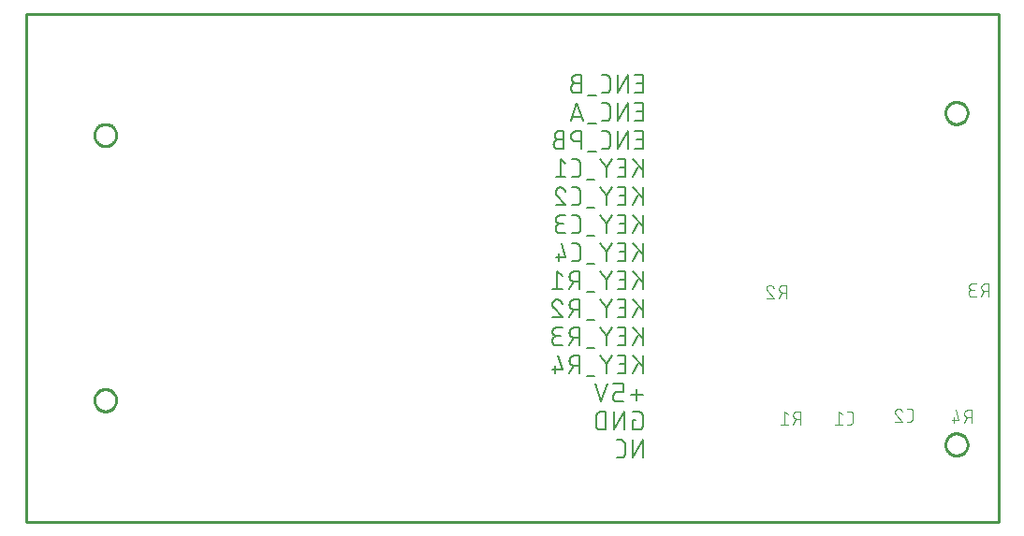
<source format=gbr>
G04 EAGLE Gerber RS-274X export*
G75*
%MOMM*%
%FSLAX34Y34*%
%LPD*%
%INSilkscreen Bottom*%
%IPPOS*%
%AMOC8*
5,1,8,0,0,1.08239X$1,22.5*%
G01*
%ADD10C,0.152400*%
%ADD11C,0.101600*%
%ADD12C,0.254000*%


D10*
X550813Y388112D02*
X558038Y388112D01*
X558038Y404368D01*
X550813Y404368D01*
X552619Y397143D02*
X558038Y397143D01*
X544521Y404368D02*
X544521Y388112D01*
X535490Y388112D02*
X544521Y404368D01*
X535490Y404368D02*
X535490Y388112D01*
X524796Y388112D02*
X521183Y388112D01*
X524796Y388112D02*
X524914Y388114D01*
X525032Y388120D01*
X525150Y388129D01*
X525267Y388143D01*
X525384Y388160D01*
X525501Y388181D01*
X525616Y388206D01*
X525731Y388235D01*
X525845Y388268D01*
X525957Y388304D01*
X526068Y388344D01*
X526178Y388387D01*
X526287Y388434D01*
X526394Y388484D01*
X526499Y388539D01*
X526602Y388596D01*
X526703Y388657D01*
X526803Y388721D01*
X526900Y388788D01*
X526995Y388858D01*
X527087Y388932D01*
X527178Y389008D01*
X527265Y389088D01*
X527350Y389170D01*
X527432Y389255D01*
X527512Y389342D01*
X527588Y389433D01*
X527662Y389525D01*
X527732Y389620D01*
X527799Y389717D01*
X527863Y389817D01*
X527924Y389918D01*
X527981Y390021D01*
X528036Y390126D01*
X528086Y390233D01*
X528133Y390342D01*
X528176Y390452D01*
X528216Y390563D01*
X528252Y390675D01*
X528285Y390789D01*
X528314Y390904D01*
X528339Y391019D01*
X528360Y391136D01*
X528377Y391253D01*
X528391Y391370D01*
X528400Y391488D01*
X528406Y391606D01*
X528408Y391724D01*
X528408Y400756D01*
X528406Y400874D01*
X528400Y400992D01*
X528391Y401110D01*
X528377Y401227D01*
X528360Y401344D01*
X528339Y401461D01*
X528314Y401576D01*
X528285Y401691D01*
X528252Y401805D01*
X528216Y401917D01*
X528176Y402028D01*
X528133Y402138D01*
X528086Y402247D01*
X528036Y402354D01*
X527981Y402459D01*
X527924Y402562D01*
X527863Y402663D01*
X527799Y402763D01*
X527732Y402860D01*
X527662Y402955D01*
X527588Y403047D01*
X527512Y403138D01*
X527432Y403225D01*
X527350Y403310D01*
X527265Y403392D01*
X527178Y403472D01*
X527087Y403548D01*
X526995Y403622D01*
X526900Y403692D01*
X526803Y403759D01*
X526703Y403823D01*
X526602Y403884D01*
X526499Y403941D01*
X526394Y403996D01*
X526287Y404046D01*
X526178Y404093D01*
X526068Y404136D01*
X525957Y404176D01*
X525845Y404212D01*
X525731Y404245D01*
X525616Y404274D01*
X525501Y404299D01*
X525384Y404320D01*
X525267Y404337D01*
X525150Y404351D01*
X525032Y404360D01*
X524914Y404366D01*
X524796Y404368D01*
X521183Y404368D01*
X516002Y386306D02*
X508778Y386306D01*
X502105Y397143D02*
X497590Y397143D01*
X497590Y397144D02*
X497457Y397142D01*
X497325Y397136D01*
X497193Y397126D01*
X497061Y397113D01*
X496929Y397095D01*
X496799Y397074D01*
X496668Y397049D01*
X496539Y397020D01*
X496411Y396987D01*
X496283Y396951D01*
X496157Y396911D01*
X496032Y396867D01*
X495908Y396819D01*
X495786Y396768D01*
X495665Y396713D01*
X495546Y396655D01*
X495428Y396593D01*
X495313Y396528D01*
X495199Y396459D01*
X495088Y396388D01*
X494979Y396312D01*
X494872Y396234D01*
X494767Y396153D01*
X494665Y396068D01*
X494565Y395981D01*
X494468Y395891D01*
X494373Y395798D01*
X494282Y395702D01*
X494193Y395604D01*
X494107Y395503D01*
X494024Y395399D01*
X493944Y395293D01*
X493868Y395185D01*
X493794Y395075D01*
X493724Y394962D01*
X493657Y394848D01*
X493594Y394731D01*
X493534Y394613D01*
X493477Y394493D01*
X493424Y394371D01*
X493375Y394248D01*
X493329Y394124D01*
X493287Y393998D01*
X493249Y393871D01*
X493214Y393743D01*
X493183Y393614D01*
X493156Y393485D01*
X493133Y393354D01*
X493113Y393223D01*
X493098Y393091D01*
X493086Y392959D01*
X493078Y392827D01*
X493074Y392694D01*
X493074Y392562D01*
X493078Y392429D01*
X493086Y392297D01*
X493098Y392165D01*
X493113Y392033D01*
X493133Y391902D01*
X493156Y391771D01*
X493183Y391642D01*
X493214Y391513D01*
X493249Y391385D01*
X493287Y391258D01*
X493329Y391132D01*
X493375Y391008D01*
X493424Y390885D01*
X493477Y390763D01*
X493534Y390643D01*
X493594Y390525D01*
X493657Y390408D01*
X493724Y390294D01*
X493794Y390181D01*
X493868Y390071D01*
X493944Y389963D01*
X494024Y389857D01*
X494107Y389753D01*
X494193Y389652D01*
X494282Y389554D01*
X494373Y389458D01*
X494468Y389365D01*
X494565Y389275D01*
X494665Y389188D01*
X494767Y389103D01*
X494872Y389022D01*
X494979Y388944D01*
X495088Y388868D01*
X495199Y388797D01*
X495313Y388728D01*
X495428Y388663D01*
X495546Y388601D01*
X495665Y388543D01*
X495786Y388488D01*
X495908Y388437D01*
X496032Y388389D01*
X496157Y388345D01*
X496283Y388305D01*
X496411Y388269D01*
X496539Y388236D01*
X496668Y388207D01*
X496799Y388182D01*
X496929Y388161D01*
X497061Y388143D01*
X497193Y388130D01*
X497325Y388120D01*
X497457Y388114D01*
X497590Y388112D01*
X502105Y388112D01*
X502105Y404368D01*
X497590Y404368D01*
X497471Y404366D01*
X497351Y404360D01*
X497232Y404350D01*
X497114Y404336D01*
X496995Y404319D01*
X496878Y404297D01*
X496761Y404272D01*
X496646Y404242D01*
X496531Y404209D01*
X496417Y404172D01*
X496305Y404132D01*
X496194Y404087D01*
X496085Y404039D01*
X495977Y403988D01*
X495871Y403933D01*
X495767Y403874D01*
X495665Y403812D01*
X495565Y403747D01*
X495467Y403678D01*
X495371Y403606D01*
X495278Y403531D01*
X495188Y403454D01*
X495100Y403373D01*
X495015Y403289D01*
X494933Y403202D01*
X494853Y403113D01*
X494777Y403021D01*
X494703Y402927D01*
X494633Y402830D01*
X494566Y402732D01*
X494502Y402631D01*
X494442Y402527D01*
X494385Y402422D01*
X494332Y402315D01*
X494282Y402207D01*
X494236Y402097D01*
X494194Y401985D01*
X494155Y401872D01*
X494120Y401758D01*
X494089Y401643D01*
X494061Y401526D01*
X494038Y401409D01*
X494018Y401292D01*
X494002Y401173D01*
X493990Y401054D01*
X493982Y400935D01*
X493978Y400816D01*
X493978Y400696D01*
X493982Y400577D01*
X493990Y400458D01*
X494002Y400339D01*
X494018Y400220D01*
X494038Y400103D01*
X494061Y399986D01*
X494089Y399869D01*
X494120Y399754D01*
X494155Y399640D01*
X494194Y399527D01*
X494236Y399415D01*
X494282Y399305D01*
X494332Y399197D01*
X494385Y399090D01*
X494442Y398985D01*
X494502Y398881D01*
X494566Y398780D01*
X494633Y398682D01*
X494703Y398585D01*
X494777Y398491D01*
X494853Y398399D01*
X494933Y398310D01*
X495015Y398223D01*
X495100Y398139D01*
X495188Y398058D01*
X495278Y397981D01*
X495371Y397906D01*
X495467Y397834D01*
X495565Y397765D01*
X495665Y397700D01*
X495767Y397638D01*
X495871Y397579D01*
X495977Y397524D01*
X496085Y397473D01*
X496194Y397425D01*
X496305Y397380D01*
X496417Y397340D01*
X496531Y397303D01*
X496646Y397270D01*
X496761Y397240D01*
X496878Y397215D01*
X496995Y397193D01*
X497114Y397176D01*
X497232Y397162D01*
X497351Y397152D01*
X497471Y397146D01*
X497590Y397144D01*
X550813Y362712D02*
X558038Y362712D01*
X558038Y378968D01*
X550813Y378968D01*
X552619Y371743D02*
X558038Y371743D01*
X544521Y378968D02*
X544521Y362712D01*
X535490Y362712D02*
X544521Y378968D01*
X535490Y378968D02*
X535490Y362712D01*
X524796Y362712D02*
X521183Y362712D01*
X524796Y362712D02*
X524914Y362714D01*
X525032Y362720D01*
X525150Y362729D01*
X525267Y362743D01*
X525384Y362760D01*
X525501Y362781D01*
X525616Y362806D01*
X525731Y362835D01*
X525845Y362868D01*
X525957Y362904D01*
X526068Y362944D01*
X526178Y362987D01*
X526287Y363034D01*
X526394Y363084D01*
X526499Y363139D01*
X526602Y363196D01*
X526703Y363257D01*
X526803Y363321D01*
X526900Y363388D01*
X526995Y363458D01*
X527087Y363532D01*
X527178Y363608D01*
X527265Y363688D01*
X527350Y363770D01*
X527432Y363855D01*
X527512Y363942D01*
X527588Y364033D01*
X527662Y364125D01*
X527732Y364220D01*
X527799Y364317D01*
X527863Y364417D01*
X527924Y364518D01*
X527981Y364621D01*
X528036Y364726D01*
X528086Y364833D01*
X528133Y364942D01*
X528176Y365052D01*
X528216Y365163D01*
X528252Y365275D01*
X528285Y365389D01*
X528314Y365504D01*
X528339Y365619D01*
X528360Y365736D01*
X528377Y365853D01*
X528391Y365970D01*
X528400Y366088D01*
X528406Y366206D01*
X528408Y366324D01*
X528408Y375356D01*
X528406Y375474D01*
X528400Y375592D01*
X528391Y375710D01*
X528377Y375827D01*
X528360Y375944D01*
X528339Y376061D01*
X528314Y376176D01*
X528285Y376291D01*
X528252Y376405D01*
X528216Y376517D01*
X528176Y376628D01*
X528133Y376738D01*
X528086Y376847D01*
X528036Y376954D01*
X527981Y377059D01*
X527924Y377162D01*
X527863Y377263D01*
X527799Y377363D01*
X527732Y377460D01*
X527662Y377555D01*
X527588Y377647D01*
X527512Y377738D01*
X527432Y377825D01*
X527350Y377910D01*
X527265Y377992D01*
X527178Y378072D01*
X527087Y378148D01*
X526995Y378222D01*
X526900Y378292D01*
X526803Y378359D01*
X526703Y378423D01*
X526602Y378484D01*
X526499Y378541D01*
X526394Y378596D01*
X526287Y378646D01*
X526178Y378693D01*
X526068Y378736D01*
X525957Y378776D01*
X525845Y378812D01*
X525731Y378845D01*
X525616Y378874D01*
X525501Y378899D01*
X525384Y378920D01*
X525267Y378937D01*
X525150Y378951D01*
X525032Y378960D01*
X524914Y378966D01*
X524796Y378968D01*
X521183Y378968D01*
X516002Y360906D02*
X508778Y360906D01*
X503741Y362712D02*
X498322Y378968D01*
X492903Y362712D01*
X494258Y366776D02*
X502386Y366776D01*
X550813Y337312D02*
X558038Y337312D01*
X558038Y353568D01*
X550813Y353568D01*
X552619Y346343D02*
X558038Y346343D01*
X544521Y353568D02*
X544521Y337312D01*
X535490Y337312D02*
X544521Y353568D01*
X535490Y353568D02*
X535490Y337312D01*
X524796Y337312D02*
X521183Y337312D01*
X524796Y337312D02*
X524914Y337314D01*
X525032Y337320D01*
X525150Y337329D01*
X525267Y337343D01*
X525384Y337360D01*
X525501Y337381D01*
X525616Y337406D01*
X525731Y337435D01*
X525845Y337468D01*
X525957Y337504D01*
X526068Y337544D01*
X526178Y337587D01*
X526287Y337634D01*
X526394Y337684D01*
X526499Y337739D01*
X526602Y337796D01*
X526703Y337857D01*
X526803Y337921D01*
X526900Y337988D01*
X526995Y338058D01*
X527087Y338132D01*
X527178Y338208D01*
X527265Y338288D01*
X527350Y338370D01*
X527432Y338455D01*
X527512Y338542D01*
X527588Y338633D01*
X527662Y338725D01*
X527732Y338820D01*
X527799Y338917D01*
X527863Y339017D01*
X527924Y339118D01*
X527981Y339221D01*
X528036Y339326D01*
X528086Y339433D01*
X528133Y339542D01*
X528176Y339652D01*
X528216Y339763D01*
X528252Y339875D01*
X528285Y339989D01*
X528314Y340104D01*
X528339Y340219D01*
X528360Y340336D01*
X528377Y340453D01*
X528391Y340570D01*
X528400Y340688D01*
X528406Y340806D01*
X528408Y340924D01*
X528408Y349956D01*
X528406Y350074D01*
X528400Y350192D01*
X528391Y350310D01*
X528377Y350427D01*
X528360Y350544D01*
X528339Y350661D01*
X528314Y350776D01*
X528285Y350891D01*
X528252Y351005D01*
X528216Y351117D01*
X528176Y351228D01*
X528133Y351338D01*
X528086Y351447D01*
X528036Y351554D01*
X527981Y351659D01*
X527924Y351762D01*
X527863Y351863D01*
X527799Y351963D01*
X527732Y352060D01*
X527662Y352155D01*
X527588Y352247D01*
X527512Y352338D01*
X527432Y352425D01*
X527350Y352510D01*
X527265Y352592D01*
X527178Y352672D01*
X527087Y352748D01*
X526995Y352822D01*
X526900Y352892D01*
X526803Y352959D01*
X526703Y353023D01*
X526602Y353084D01*
X526499Y353141D01*
X526394Y353196D01*
X526287Y353246D01*
X526178Y353293D01*
X526068Y353336D01*
X525957Y353376D01*
X525845Y353412D01*
X525731Y353445D01*
X525616Y353474D01*
X525501Y353499D01*
X525384Y353520D01*
X525267Y353537D01*
X525150Y353551D01*
X525032Y353560D01*
X524914Y353566D01*
X524796Y353568D01*
X521183Y353568D01*
X516002Y335506D02*
X508778Y335506D01*
X502105Y337312D02*
X502105Y353568D01*
X497590Y353568D01*
X497457Y353566D01*
X497325Y353560D01*
X497193Y353550D01*
X497061Y353537D01*
X496929Y353519D01*
X496799Y353498D01*
X496668Y353473D01*
X496539Y353444D01*
X496411Y353411D01*
X496283Y353375D01*
X496157Y353335D01*
X496032Y353291D01*
X495908Y353243D01*
X495786Y353192D01*
X495665Y353137D01*
X495546Y353079D01*
X495428Y353017D01*
X495313Y352952D01*
X495199Y352883D01*
X495088Y352812D01*
X494979Y352736D01*
X494872Y352658D01*
X494767Y352577D01*
X494665Y352492D01*
X494565Y352405D01*
X494468Y352315D01*
X494373Y352222D01*
X494282Y352126D01*
X494193Y352028D01*
X494107Y351927D01*
X494024Y351823D01*
X493944Y351717D01*
X493868Y351609D01*
X493794Y351499D01*
X493724Y351386D01*
X493657Y351272D01*
X493594Y351155D01*
X493534Y351037D01*
X493477Y350917D01*
X493424Y350795D01*
X493375Y350672D01*
X493329Y350548D01*
X493287Y350422D01*
X493249Y350295D01*
X493214Y350167D01*
X493183Y350038D01*
X493156Y349909D01*
X493133Y349778D01*
X493113Y349647D01*
X493098Y349515D01*
X493086Y349383D01*
X493078Y349251D01*
X493074Y349118D01*
X493074Y348986D01*
X493078Y348853D01*
X493086Y348721D01*
X493098Y348589D01*
X493113Y348457D01*
X493133Y348326D01*
X493156Y348195D01*
X493183Y348066D01*
X493214Y347937D01*
X493249Y347809D01*
X493287Y347682D01*
X493329Y347556D01*
X493375Y347432D01*
X493424Y347309D01*
X493477Y347187D01*
X493534Y347067D01*
X493594Y346949D01*
X493657Y346832D01*
X493724Y346718D01*
X493794Y346605D01*
X493868Y346495D01*
X493944Y346387D01*
X494024Y346281D01*
X494107Y346177D01*
X494193Y346076D01*
X494282Y345978D01*
X494373Y345882D01*
X494468Y345789D01*
X494565Y345699D01*
X494665Y345612D01*
X494767Y345527D01*
X494872Y345446D01*
X494979Y345368D01*
X495088Y345292D01*
X495199Y345221D01*
X495313Y345152D01*
X495428Y345087D01*
X495546Y345025D01*
X495665Y344967D01*
X495786Y344912D01*
X495908Y344861D01*
X496032Y344813D01*
X496157Y344769D01*
X496283Y344729D01*
X496411Y344693D01*
X496539Y344660D01*
X496668Y344631D01*
X496799Y344606D01*
X496929Y344585D01*
X497061Y344567D01*
X497193Y344554D01*
X497325Y344544D01*
X497457Y344538D01*
X497590Y344536D01*
X497590Y344537D02*
X502105Y344537D01*
X486474Y346343D02*
X481959Y346343D01*
X481959Y346344D02*
X481826Y346342D01*
X481694Y346336D01*
X481562Y346326D01*
X481430Y346313D01*
X481298Y346295D01*
X481168Y346274D01*
X481037Y346249D01*
X480908Y346220D01*
X480780Y346187D01*
X480652Y346151D01*
X480526Y346111D01*
X480401Y346067D01*
X480277Y346019D01*
X480155Y345968D01*
X480034Y345913D01*
X479915Y345855D01*
X479797Y345793D01*
X479682Y345728D01*
X479568Y345659D01*
X479457Y345588D01*
X479348Y345512D01*
X479241Y345434D01*
X479136Y345353D01*
X479034Y345268D01*
X478934Y345181D01*
X478837Y345091D01*
X478742Y344998D01*
X478651Y344902D01*
X478562Y344804D01*
X478476Y344703D01*
X478393Y344599D01*
X478313Y344493D01*
X478237Y344385D01*
X478163Y344275D01*
X478093Y344162D01*
X478026Y344048D01*
X477963Y343931D01*
X477903Y343813D01*
X477846Y343693D01*
X477793Y343571D01*
X477744Y343448D01*
X477698Y343324D01*
X477656Y343198D01*
X477618Y343071D01*
X477583Y342943D01*
X477552Y342814D01*
X477525Y342685D01*
X477502Y342554D01*
X477482Y342423D01*
X477467Y342291D01*
X477455Y342159D01*
X477447Y342027D01*
X477443Y341894D01*
X477443Y341762D01*
X477447Y341629D01*
X477455Y341497D01*
X477467Y341365D01*
X477482Y341233D01*
X477502Y341102D01*
X477525Y340971D01*
X477552Y340842D01*
X477583Y340713D01*
X477618Y340585D01*
X477656Y340458D01*
X477698Y340332D01*
X477744Y340208D01*
X477793Y340085D01*
X477846Y339963D01*
X477903Y339843D01*
X477963Y339725D01*
X478026Y339608D01*
X478093Y339494D01*
X478163Y339381D01*
X478237Y339271D01*
X478313Y339163D01*
X478393Y339057D01*
X478476Y338953D01*
X478562Y338852D01*
X478651Y338754D01*
X478742Y338658D01*
X478837Y338565D01*
X478934Y338475D01*
X479034Y338388D01*
X479136Y338303D01*
X479241Y338222D01*
X479348Y338144D01*
X479457Y338068D01*
X479568Y337997D01*
X479682Y337928D01*
X479797Y337863D01*
X479915Y337801D01*
X480034Y337743D01*
X480155Y337688D01*
X480277Y337637D01*
X480401Y337589D01*
X480526Y337545D01*
X480652Y337505D01*
X480780Y337469D01*
X480908Y337436D01*
X481037Y337407D01*
X481168Y337382D01*
X481298Y337361D01*
X481430Y337343D01*
X481562Y337330D01*
X481694Y337320D01*
X481826Y337314D01*
X481959Y337312D01*
X486474Y337312D01*
X486474Y353568D01*
X481959Y353568D01*
X481840Y353566D01*
X481720Y353560D01*
X481601Y353550D01*
X481483Y353536D01*
X481364Y353519D01*
X481247Y353497D01*
X481130Y353472D01*
X481015Y353442D01*
X480900Y353409D01*
X480786Y353372D01*
X480674Y353332D01*
X480563Y353287D01*
X480454Y353239D01*
X480346Y353188D01*
X480240Y353133D01*
X480136Y353074D01*
X480034Y353012D01*
X479934Y352947D01*
X479836Y352878D01*
X479740Y352806D01*
X479647Y352731D01*
X479557Y352654D01*
X479469Y352573D01*
X479384Y352489D01*
X479302Y352402D01*
X479222Y352313D01*
X479146Y352221D01*
X479072Y352127D01*
X479002Y352030D01*
X478935Y351932D01*
X478871Y351831D01*
X478811Y351727D01*
X478754Y351622D01*
X478701Y351515D01*
X478651Y351407D01*
X478605Y351297D01*
X478563Y351185D01*
X478524Y351072D01*
X478489Y350958D01*
X478458Y350843D01*
X478430Y350726D01*
X478407Y350609D01*
X478387Y350492D01*
X478371Y350373D01*
X478359Y350254D01*
X478351Y350135D01*
X478347Y350016D01*
X478347Y349896D01*
X478351Y349777D01*
X478359Y349658D01*
X478371Y349539D01*
X478387Y349420D01*
X478407Y349303D01*
X478430Y349186D01*
X478458Y349069D01*
X478489Y348954D01*
X478524Y348840D01*
X478563Y348727D01*
X478605Y348615D01*
X478651Y348505D01*
X478701Y348397D01*
X478754Y348290D01*
X478811Y348185D01*
X478871Y348081D01*
X478935Y347980D01*
X479002Y347882D01*
X479072Y347785D01*
X479146Y347691D01*
X479222Y347599D01*
X479302Y347510D01*
X479384Y347423D01*
X479469Y347339D01*
X479557Y347258D01*
X479647Y347181D01*
X479740Y347106D01*
X479836Y347034D01*
X479934Y346965D01*
X480034Y346900D01*
X480136Y346838D01*
X480240Y346779D01*
X480346Y346724D01*
X480454Y346673D01*
X480563Y346625D01*
X480674Y346580D01*
X480786Y346540D01*
X480900Y346503D01*
X481015Y346470D01*
X481130Y346440D01*
X481247Y346415D01*
X481364Y346393D01*
X481483Y346376D01*
X481601Y346362D01*
X481720Y346352D01*
X481840Y346346D01*
X481959Y346344D01*
X558038Y328168D02*
X558038Y311912D01*
X558038Y318234D02*
X549007Y328168D01*
X554426Y321846D02*
X549007Y311912D01*
X542588Y311912D02*
X535363Y311912D01*
X542588Y311912D02*
X542588Y328168D01*
X535363Y328168D01*
X537169Y320943D02*
X542588Y320943D01*
X530495Y328168D02*
X525076Y320492D01*
X519658Y328168D01*
X525076Y320492D02*
X525076Y311912D01*
X514621Y310106D02*
X507396Y310106D01*
X497883Y311912D02*
X494270Y311912D01*
X497883Y311912D02*
X498001Y311914D01*
X498119Y311920D01*
X498237Y311929D01*
X498354Y311943D01*
X498471Y311960D01*
X498588Y311981D01*
X498703Y312006D01*
X498818Y312035D01*
X498932Y312068D01*
X499044Y312104D01*
X499155Y312144D01*
X499265Y312187D01*
X499374Y312234D01*
X499481Y312284D01*
X499586Y312339D01*
X499689Y312396D01*
X499790Y312457D01*
X499890Y312521D01*
X499987Y312588D01*
X500082Y312658D01*
X500174Y312732D01*
X500265Y312808D01*
X500352Y312888D01*
X500437Y312970D01*
X500519Y313055D01*
X500599Y313142D01*
X500675Y313233D01*
X500749Y313325D01*
X500819Y313420D01*
X500886Y313517D01*
X500950Y313617D01*
X501011Y313718D01*
X501068Y313821D01*
X501123Y313926D01*
X501173Y314033D01*
X501220Y314142D01*
X501263Y314252D01*
X501303Y314363D01*
X501339Y314475D01*
X501372Y314589D01*
X501401Y314704D01*
X501426Y314819D01*
X501447Y314936D01*
X501464Y315053D01*
X501478Y315170D01*
X501487Y315288D01*
X501493Y315406D01*
X501495Y315524D01*
X501495Y324556D01*
X501493Y324674D01*
X501487Y324792D01*
X501478Y324910D01*
X501464Y325027D01*
X501447Y325144D01*
X501426Y325261D01*
X501401Y325376D01*
X501372Y325491D01*
X501339Y325605D01*
X501303Y325717D01*
X501263Y325828D01*
X501220Y325938D01*
X501173Y326047D01*
X501123Y326154D01*
X501068Y326259D01*
X501011Y326362D01*
X500950Y326463D01*
X500886Y326563D01*
X500819Y326660D01*
X500749Y326755D01*
X500675Y326847D01*
X500599Y326938D01*
X500519Y327025D01*
X500437Y327110D01*
X500352Y327192D01*
X500265Y327272D01*
X500174Y327348D01*
X500082Y327422D01*
X499987Y327492D01*
X499890Y327559D01*
X499790Y327623D01*
X499689Y327684D01*
X499586Y327741D01*
X499481Y327796D01*
X499374Y327846D01*
X499265Y327893D01*
X499155Y327936D01*
X499044Y327976D01*
X498932Y328012D01*
X498818Y328045D01*
X498703Y328074D01*
X498588Y328099D01*
X498471Y328120D01*
X498354Y328137D01*
X498237Y328151D01*
X498119Y328160D01*
X498001Y328166D01*
X497883Y328168D01*
X494270Y328168D01*
X488430Y324556D02*
X483914Y328168D01*
X483914Y311912D01*
X488430Y311912D02*
X479398Y311912D01*
X558038Y302768D02*
X558038Y286512D01*
X558038Y292834D02*
X549007Y302768D01*
X554426Y296446D02*
X549007Y286512D01*
X542588Y286512D02*
X535363Y286512D01*
X542588Y286512D02*
X542588Y302768D01*
X535363Y302768D01*
X537169Y295543D02*
X542588Y295543D01*
X530495Y302768D02*
X525076Y295092D01*
X519658Y302768D01*
X525076Y295092D02*
X525076Y286512D01*
X514621Y284706D02*
X507396Y284706D01*
X497883Y286512D02*
X494270Y286512D01*
X497883Y286512D02*
X498001Y286514D01*
X498119Y286520D01*
X498237Y286529D01*
X498354Y286543D01*
X498471Y286560D01*
X498588Y286581D01*
X498703Y286606D01*
X498818Y286635D01*
X498932Y286668D01*
X499044Y286704D01*
X499155Y286744D01*
X499265Y286787D01*
X499374Y286834D01*
X499481Y286884D01*
X499586Y286939D01*
X499689Y286996D01*
X499790Y287057D01*
X499890Y287121D01*
X499987Y287188D01*
X500082Y287258D01*
X500174Y287332D01*
X500265Y287408D01*
X500352Y287488D01*
X500437Y287570D01*
X500519Y287655D01*
X500599Y287742D01*
X500675Y287833D01*
X500749Y287925D01*
X500819Y288020D01*
X500886Y288117D01*
X500950Y288217D01*
X501011Y288318D01*
X501068Y288421D01*
X501123Y288526D01*
X501173Y288633D01*
X501220Y288742D01*
X501263Y288852D01*
X501303Y288963D01*
X501339Y289075D01*
X501372Y289189D01*
X501401Y289304D01*
X501426Y289419D01*
X501447Y289536D01*
X501464Y289653D01*
X501478Y289770D01*
X501487Y289888D01*
X501493Y290006D01*
X501495Y290124D01*
X501495Y299156D01*
X501493Y299274D01*
X501487Y299392D01*
X501478Y299510D01*
X501464Y299627D01*
X501447Y299744D01*
X501426Y299861D01*
X501401Y299976D01*
X501372Y300091D01*
X501339Y300205D01*
X501303Y300317D01*
X501263Y300428D01*
X501220Y300538D01*
X501173Y300647D01*
X501123Y300754D01*
X501068Y300859D01*
X501011Y300962D01*
X500950Y301063D01*
X500886Y301163D01*
X500819Y301260D01*
X500749Y301355D01*
X500675Y301447D01*
X500599Y301538D01*
X500519Y301625D01*
X500437Y301710D01*
X500352Y301792D01*
X500265Y301872D01*
X500174Y301948D01*
X500082Y302022D01*
X499987Y302092D01*
X499890Y302159D01*
X499790Y302223D01*
X499689Y302284D01*
X499586Y302341D01*
X499481Y302396D01*
X499374Y302446D01*
X499265Y302493D01*
X499155Y302536D01*
X499044Y302576D01*
X498932Y302612D01*
X498818Y302645D01*
X498703Y302674D01*
X498588Y302699D01*
X498471Y302720D01*
X498354Y302737D01*
X498237Y302751D01*
X498119Y302760D01*
X498001Y302766D01*
X497883Y302768D01*
X494270Y302768D01*
X483462Y302768D02*
X483337Y302766D01*
X483212Y302760D01*
X483087Y302751D01*
X482963Y302737D01*
X482839Y302720D01*
X482715Y302699D01*
X482593Y302674D01*
X482471Y302645D01*
X482350Y302613D01*
X482230Y302577D01*
X482111Y302537D01*
X481994Y302494D01*
X481878Y302447D01*
X481763Y302396D01*
X481651Y302342D01*
X481539Y302284D01*
X481430Y302224D01*
X481323Y302159D01*
X481217Y302092D01*
X481114Y302021D01*
X481013Y301947D01*
X480914Y301870D01*
X480818Y301790D01*
X480724Y301707D01*
X480633Y301622D01*
X480544Y301533D01*
X480459Y301442D01*
X480376Y301348D01*
X480296Y301252D01*
X480219Y301153D01*
X480145Y301052D01*
X480074Y300949D01*
X480007Y300843D01*
X479942Y300736D01*
X479882Y300627D01*
X479824Y300515D01*
X479770Y300403D01*
X479719Y300288D01*
X479672Y300172D01*
X479629Y300055D01*
X479589Y299936D01*
X479553Y299816D01*
X479521Y299695D01*
X479492Y299573D01*
X479467Y299451D01*
X479446Y299327D01*
X479429Y299203D01*
X479415Y299079D01*
X479406Y298954D01*
X479400Y298829D01*
X479398Y298704D01*
X483462Y302768D02*
X483605Y302766D01*
X483747Y302760D01*
X483890Y302750D01*
X484032Y302737D01*
X484173Y302719D01*
X484315Y302698D01*
X484455Y302673D01*
X484595Y302644D01*
X484734Y302611D01*
X484872Y302574D01*
X485009Y302534D01*
X485144Y302490D01*
X485279Y302442D01*
X485412Y302390D01*
X485544Y302335D01*
X485674Y302276D01*
X485802Y302214D01*
X485929Y302148D01*
X486054Y302079D01*
X486177Y302007D01*
X486298Y301931D01*
X486416Y301852D01*
X486533Y301769D01*
X486647Y301684D01*
X486759Y301595D01*
X486868Y301504D01*
X486975Y301409D01*
X487080Y301312D01*
X487181Y301211D01*
X487280Y301108D01*
X487376Y301003D01*
X487469Y300894D01*
X487559Y300783D01*
X487646Y300670D01*
X487730Y300555D01*
X487810Y300437D01*
X487888Y300317D01*
X487962Y300195D01*
X488032Y300071D01*
X488100Y299945D01*
X488163Y299817D01*
X488224Y299688D01*
X488281Y299557D01*
X488334Y299425D01*
X488383Y299291D01*
X488429Y299156D01*
X480754Y295543D02*
X480660Y295635D01*
X480570Y295729D01*
X480482Y295826D01*
X480397Y295926D01*
X480315Y296028D01*
X480236Y296133D01*
X480161Y296240D01*
X480089Y296349D01*
X480020Y296460D01*
X479954Y296574D01*
X479892Y296689D01*
X479833Y296806D01*
X479778Y296925D01*
X479727Y297045D01*
X479679Y297167D01*
X479634Y297290D01*
X479594Y297414D01*
X479557Y297540D01*
X479524Y297667D01*
X479495Y297794D01*
X479469Y297923D01*
X479448Y298052D01*
X479430Y298182D01*
X479417Y298312D01*
X479407Y298442D01*
X479401Y298573D01*
X479399Y298704D01*
X480753Y295543D02*
X488430Y286512D01*
X479398Y286512D01*
X558038Y277368D02*
X558038Y261112D01*
X558038Y267434D02*
X549007Y277368D01*
X554426Y271046D02*
X549007Y261112D01*
X542588Y261112D02*
X535363Y261112D01*
X542588Y261112D02*
X542588Y277368D01*
X535363Y277368D01*
X537169Y270143D02*
X542588Y270143D01*
X530495Y277368D02*
X525076Y269692D01*
X519658Y277368D01*
X525076Y269692D02*
X525076Y261112D01*
X514621Y259306D02*
X507396Y259306D01*
X497883Y261112D02*
X494270Y261112D01*
X497883Y261112D02*
X498001Y261114D01*
X498119Y261120D01*
X498237Y261129D01*
X498354Y261143D01*
X498471Y261160D01*
X498588Y261181D01*
X498703Y261206D01*
X498818Y261235D01*
X498932Y261268D01*
X499044Y261304D01*
X499155Y261344D01*
X499265Y261387D01*
X499374Y261434D01*
X499481Y261484D01*
X499586Y261539D01*
X499689Y261596D01*
X499790Y261657D01*
X499890Y261721D01*
X499987Y261788D01*
X500082Y261858D01*
X500174Y261932D01*
X500265Y262008D01*
X500352Y262088D01*
X500437Y262170D01*
X500519Y262255D01*
X500599Y262342D01*
X500675Y262433D01*
X500749Y262525D01*
X500819Y262620D01*
X500886Y262717D01*
X500950Y262817D01*
X501011Y262918D01*
X501068Y263021D01*
X501123Y263126D01*
X501173Y263233D01*
X501220Y263342D01*
X501263Y263452D01*
X501303Y263563D01*
X501339Y263675D01*
X501372Y263789D01*
X501401Y263904D01*
X501426Y264019D01*
X501447Y264136D01*
X501464Y264253D01*
X501478Y264370D01*
X501487Y264488D01*
X501493Y264606D01*
X501495Y264724D01*
X501495Y273756D01*
X501493Y273874D01*
X501487Y273992D01*
X501478Y274110D01*
X501464Y274227D01*
X501447Y274344D01*
X501426Y274461D01*
X501401Y274576D01*
X501372Y274691D01*
X501339Y274805D01*
X501303Y274917D01*
X501263Y275028D01*
X501220Y275138D01*
X501173Y275247D01*
X501123Y275354D01*
X501068Y275459D01*
X501011Y275562D01*
X500950Y275663D01*
X500886Y275763D01*
X500819Y275860D01*
X500749Y275955D01*
X500675Y276047D01*
X500599Y276138D01*
X500519Y276225D01*
X500437Y276310D01*
X500352Y276392D01*
X500265Y276472D01*
X500174Y276548D01*
X500082Y276622D01*
X499987Y276692D01*
X499890Y276759D01*
X499790Y276823D01*
X499689Y276884D01*
X499586Y276941D01*
X499481Y276996D01*
X499374Y277046D01*
X499265Y277093D01*
X499155Y277136D01*
X499044Y277176D01*
X498932Y277212D01*
X498818Y277245D01*
X498703Y277274D01*
X498588Y277299D01*
X498471Y277320D01*
X498354Y277337D01*
X498237Y277351D01*
X498119Y277360D01*
X498001Y277366D01*
X497883Y277368D01*
X494270Y277368D01*
X488430Y261112D02*
X483914Y261112D01*
X483781Y261114D01*
X483649Y261120D01*
X483517Y261130D01*
X483385Y261143D01*
X483253Y261161D01*
X483123Y261182D01*
X482992Y261207D01*
X482863Y261236D01*
X482735Y261269D01*
X482607Y261305D01*
X482481Y261345D01*
X482356Y261389D01*
X482232Y261437D01*
X482110Y261488D01*
X481989Y261543D01*
X481870Y261601D01*
X481752Y261663D01*
X481637Y261728D01*
X481523Y261797D01*
X481412Y261868D01*
X481303Y261944D01*
X481196Y262022D01*
X481091Y262103D01*
X480989Y262188D01*
X480889Y262275D01*
X480792Y262365D01*
X480697Y262458D01*
X480606Y262554D01*
X480517Y262652D01*
X480431Y262753D01*
X480348Y262857D01*
X480268Y262963D01*
X480192Y263071D01*
X480118Y263181D01*
X480048Y263294D01*
X479981Y263408D01*
X479918Y263525D01*
X479858Y263643D01*
X479801Y263763D01*
X479748Y263885D01*
X479699Y264008D01*
X479653Y264132D01*
X479611Y264258D01*
X479573Y264385D01*
X479538Y264513D01*
X479507Y264642D01*
X479480Y264771D01*
X479457Y264902D01*
X479437Y265033D01*
X479422Y265165D01*
X479410Y265297D01*
X479402Y265429D01*
X479398Y265562D01*
X479398Y265694D01*
X479402Y265827D01*
X479410Y265959D01*
X479422Y266091D01*
X479437Y266223D01*
X479457Y266354D01*
X479480Y266485D01*
X479507Y266614D01*
X479538Y266743D01*
X479573Y266871D01*
X479611Y266998D01*
X479653Y267124D01*
X479699Y267248D01*
X479748Y267371D01*
X479801Y267493D01*
X479858Y267613D01*
X479918Y267731D01*
X479981Y267848D01*
X480048Y267962D01*
X480118Y268075D01*
X480192Y268185D01*
X480268Y268293D01*
X480348Y268399D01*
X480431Y268503D01*
X480517Y268604D01*
X480606Y268702D01*
X480697Y268798D01*
X480792Y268891D01*
X480889Y268981D01*
X480989Y269068D01*
X481091Y269153D01*
X481196Y269234D01*
X481303Y269312D01*
X481412Y269388D01*
X481523Y269459D01*
X481637Y269528D01*
X481752Y269593D01*
X481870Y269655D01*
X481989Y269713D01*
X482110Y269768D01*
X482232Y269819D01*
X482356Y269867D01*
X482481Y269911D01*
X482607Y269951D01*
X482735Y269987D01*
X482863Y270020D01*
X482992Y270049D01*
X483123Y270074D01*
X483253Y270095D01*
X483385Y270113D01*
X483517Y270126D01*
X483649Y270136D01*
X483781Y270142D01*
X483914Y270144D01*
X483011Y277368D02*
X488430Y277368D01*
X483011Y277368D02*
X482892Y277366D01*
X482772Y277360D01*
X482653Y277350D01*
X482535Y277336D01*
X482416Y277319D01*
X482299Y277297D01*
X482182Y277272D01*
X482067Y277242D01*
X481952Y277209D01*
X481838Y277172D01*
X481726Y277132D01*
X481615Y277087D01*
X481506Y277039D01*
X481398Y276988D01*
X481292Y276933D01*
X481188Y276874D01*
X481086Y276812D01*
X480986Y276747D01*
X480888Y276678D01*
X480792Y276606D01*
X480699Y276531D01*
X480609Y276454D01*
X480521Y276373D01*
X480436Y276289D01*
X480354Y276202D01*
X480274Y276113D01*
X480198Y276021D01*
X480124Y275927D01*
X480054Y275830D01*
X479987Y275732D01*
X479923Y275631D01*
X479863Y275527D01*
X479806Y275422D01*
X479753Y275315D01*
X479703Y275207D01*
X479657Y275097D01*
X479615Y274985D01*
X479576Y274872D01*
X479541Y274758D01*
X479510Y274643D01*
X479482Y274526D01*
X479459Y274409D01*
X479439Y274292D01*
X479423Y274173D01*
X479411Y274054D01*
X479403Y273935D01*
X479399Y273816D01*
X479399Y273696D01*
X479403Y273577D01*
X479411Y273458D01*
X479423Y273339D01*
X479439Y273220D01*
X479459Y273103D01*
X479482Y272986D01*
X479510Y272869D01*
X479541Y272754D01*
X479576Y272640D01*
X479615Y272527D01*
X479657Y272415D01*
X479703Y272305D01*
X479753Y272197D01*
X479806Y272090D01*
X479863Y271985D01*
X479923Y271881D01*
X479987Y271780D01*
X480054Y271682D01*
X480124Y271585D01*
X480198Y271491D01*
X480274Y271399D01*
X480354Y271310D01*
X480436Y271223D01*
X480521Y271139D01*
X480609Y271058D01*
X480699Y270981D01*
X480792Y270906D01*
X480888Y270834D01*
X480986Y270765D01*
X481086Y270700D01*
X481188Y270638D01*
X481292Y270579D01*
X481398Y270524D01*
X481506Y270473D01*
X481615Y270425D01*
X481726Y270380D01*
X481838Y270340D01*
X481952Y270303D01*
X482067Y270270D01*
X482182Y270240D01*
X482299Y270215D01*
X482416Y270193D01*
X482535Y270176D01*
X482653Y270162D01*
X482772Y270152D01*
X482892Y270146D01*
X483011Y270144D01*
X483011Y270143D02*
X486623Y270143D01*
X558038Y251968D02*
X558038Y235712D01*
X558038Y242034D02*
X549007Y251968D01*
X554426Y245646D02*
X549007Y235712D01*
X542588Y235712D02*
X535363Y235712D01*
X542588Y235712D02*
X542588Y251968D01*
X535363Y251968D01*
X537169Y244743D02*
X542588Y244743D01*
X530495Y251968D02*
X525076Y244292D01*
X519658Y251968D01*
X525076Y244292D02*
X525076Y235712D01*
X514621Y233906D02*
X507396Y233906D01*
X497883Y235712D02*
X494270Y235712D01*
X497883Y235712D02*
X498001Y235714D01*
X498119Y235720D01*
X498237Y235729D01*
X498354Y235743D01*
X498471Y235760D01*
X498588Y235781D01*
X498703Y235806D01*
X498818Y235835D01*
X498932Y235868D01*
X499044Y235904D01*
X499155Y235944D01*
X499265Y235987D01*
X499374Y236034D01*
X499481Y236084D01*
X499586Y236139D01*
X499689Y236196D01*
X499790Y236257D01*
X499890Y236321D01*
X499987Y236388D01*
X500082Y236458D01*
X500174Y236532D01*
X500265Y236608D01*
X500352Y236688D01*
X500437Y236770D01*
X500519Y236855D01*
X500599Y236942D01*
X500675Y237033D01*
X500749Y237125D01*
X500819Y237220D01*
X500886Y237317D01*
X500950Y237417D01*
X501011Y237518D01*
X501068Y237621D01*
X501123Y237726D01*
X501173Y237833D01*
X501220Y237942D01*
X501263Y238052D01*
X501303Y238163D01*
X501339Y238275D01*
X501372Y238389D01*
X501401Y238504D01*
X501426Y238619D01*
X501447Y238736D01*
X501464Y238853D01*
X501478Y238970D01*
X501487Y239088D01*
X501493Y239206D01*
X501495Y239324D01*
X501495Y248356D01*
X501493Y248474D01*
X501487Y248592D01*
X501478Y248710D01*
X501464Y248827D01*
X501447Y248944D01*
X501426Y249061D01*
X501401Y249176D01*
X501372Y249291D01*
X501339Y249405D01*
X501303Y249517D01*
X501263Y249628D01*
X501220Y249738D01*
X501173Y249847D01*
X501123Y249954D01*
X501068Y250059D01*
X501011Y250162D01*
X500950Y250263D01*
X500886Y250363D01*
X500819Y250460D01*
X500749Y250555D01*
X500675Y250647D01*
X500599Y250738D01*
X500519Y250825D01*
X500437Y250910D01*
X500352Y250992D01*
X500265Y251072D01*
X500174Y251148D01*
X500082Y251222D01*
X499987Y251292D01*
X499890Y251359D01*
X499790Y251423D01*
X499689Y251484D01*
X499586Y251541D01*
X499481Y251596D01*
X499374Y251646D01*
X499265Y251693D01*
X499155Y251736D01*
X499044Y251776D01*
X498932Y251812D01*
X498818Y251845D01*
X498703Y251874D01*
X498588Y251899D01*
X498471Y251920D01*
X498354Y251937D01*
X498237Y251951D01*
X498119Y251960D01*
X498001Y251966D01*
X497883Y251968D01*
X494270Y251968D01*
X484817Y251968D02*
X488430Y239324D01*
X479398Y239324D01*
X482108Y235712D02*
X482108Y242937D01*
X558038Y226568D02*
X558038Y210312D01*
X558038Y216634D02*
X549007Y226568D01*
X554426Y220246D02*
X549007Y210312D01*
X542588Y210312D02*
X535363Y210312D01*
X542588Y210312D02*
X542588Y226568D01*
X535363Y226568D01*
X537169Y219343D02*
X542588Y219343D01*
X530495Y226568D02*
X525076Y218892D01*
X519658Y226568D01*
X525076Y218892D02*
X525076Y210312D01*
X514621Y208506D02*
X507396Y208506D01*
X500843Y210312D02*
X500843Y226568D01*
X496327Y226568D01*
X496194Y226566D01*
X496062Y226560D01*
X495930Y226550D01*
X495798Y226537D01*
X495666Y226519D01*
X495536Y226498D01*
X495405Y226473D01*
X495276Y226444D01*
X495148Y226411D01*
X495020Y226375D01*
X494894Y226335D01*
X494769Y226291D01*
X494645Y226243D01*
X494523Y226192D01*
X494402Y226137D01*
X494283Y226079D01*
X494165Y226017D01*
X494050Y225952D01*
X493936Y225883D01*
X493825Y225812D01*
X493716Y225736D01*
X493609Y225658D01*
X493504Y225577D01*
X493402Y225492D01*
X493302Y225405D01*
X493205Y225315D01*
X493110Y225222D01*
X493019Y225126D01*
X492930Y225028D01*
X492844Y224927D01*
X492761Y224823D01*
X492681Y224717D01*
X492605Y224609D01*
X492531Y224499D01*
X492461Y224386D01*
X492394Y224272D01*
X492331Y224155D01*
X492271Y224037D01*
X492214Y223917D01*
X492161Y223795D01*
X492112Y223672D01*
X492066Y223548D01*
X492024Y223422D01*
X491986Y223295D01*
X491951Y223167D01*
X491920Y223038D01*
X491893Y222909D01*
X491870Y222778D01*
X491850Y222647D01*
X491835Y222515D01*
X491823Y222383D01*
X491815Y222251D01*
X491811Y222118D01*
X491811Y221986D01*
X491815Y221853D01*
X491823Y221721D01*
X491835Y221589D01*
X491850Y221457D01*
X491870Y221326D01*
X491893Y221195D01*
X491920Y221066D01*
X491951Y220937D01*
X491986Y220809D01*
X492024Y220682D01*
X492066Y220556D01*
X492112Y220432D01*
X492161Y220309D01*
X492214Y220187D01*
X492271Y220067D01*
X492331Y219949D01*
X492394Y219832D01*
X492461Y219718D01*
X492531Y219605D01*
X492605Y219495D01*
X492681Y219387D01*
X492761Y219281D01*
X492844Y219177D01*
X492930Y219076D01*
X493019Y218978D01*
X493110Y218882D01*
X493205Y218789D01*
X493302Y218699D01*
X493402Y218612D01*
X493504Y218527D01*
X493609Y218446D01*
X493716Y218368D01*
X493825Y218292D01*
X493936Y218221D01*
X494050Y218152D01*
X494165Y218087D01*
X494283Y218025D01*
X494402Y217967D01*
X494523Y217912D01*
X494645Y217861D01*
X494769Y217813D01*
X494894Y217769D01*
X495020Y217729D01*
X495148Y217693D01*
X495276Y217660D01*
X495405Y217631D01*
X495536Y217606D01*
X495666Y217585D01*
X495798Y217567D01*
X495930Y217554D01*
X496062Y217544D01*
X496194Y217538D01*
X496327Y217536D01*
X496327Y217537D02*
X500843Y217537D01*
X495424Y217537D02*
X491812Y210312D01*
X485303Y222956D02*
X480788Y226568D01*
X480788Y210312D01*
X485303Y210312D02*
X476272Y210312D01*
X558038Y201168D02*
X558038Y184912D01*
X558038Y191234D02*
X549007Y201168D01*
X554426Y194846D02*
X549007Y184912D01*
X542588Y184912D02*
X535363Y184912D01*
X542588Y184912D02*
X542588Y201168D01*
X535363Y201168D01*
X537169Y193943D02*
X542588Y193943D01*
X530495Y201168D02*
X525076Y193492D01*
X519658Y201168D01*
X525076Y193492D02*
X525076Y184912D01*
X514621Y183106D02*
X507396Y183106D01*
X500843Y184912D02*
X500843Y201168D01*
X496327Y201168D01*
X496194Y201166D01*
X496062Y201160D01*
X495930Y201150D01*
X495798Y201137D01*
X495666Y201119D01*
X495536Y201098D01*
X495405Y201073D01*
X495276Y201044D01*
X495148Y201011D01*
X495020Y200975D01*
X494894Y200935D01*
X494769Y200891D01*
X494645Y200843D01*
X494523Y200792D01*
X494402Y200737D01*
X494283Y200679D01*
X494165Y200617D01*
X494050Y200552D01*
X493936Y200483D01*
X493825Y200412D01*
X493716Y200336D01*
X493609Y200258D01*
X493504Y200177D01*
X493402Y200092D01*
X493302Y200005D01*
X493205Y199915D01*
X493110Y199822D01*
X493019Y199726D01*
X492930Y199628D01*
X492844Y199527D01*
X492761Y199423D01*
X492681Y199317D01*
X492605Y199209D01*
X492531Y199099D01*
X492461Y198986D01*
X492394Y198872D01*
X492331Y198755D01*
X492271Y198637D01*
X492214Y198517D01*
X492161Y198395D01*
X492112Y198272D01*
X492066Y198148D01*
X492024Y198022D01*
X491986Y197895D01*
X491951Y197767D01*
X491920Y197638D01*
X491893Y197509D01*
X491870Y197378D01*
X491850Y197247D01*
X491835Y197115D01*
X491823Y196983D01*
X491815Y196851D01*
X491811Y196718D01*
X491811Y196586D01*
X491815Y196453D01*
X491823Y196321D01*
X491835Y196189D01*
X491850Y196057D01*
X491870Y195926D01*
X491893Y195795D01*
X491920Y195666D01*
X491951Y195537D01*
X491986Y195409D01*
X492024Y195282D01*
X492066Y195156D01*
X492112Y195032D01*
X492161Y194909D01*
X492214Y194787D01*
X492271Y194667D01*
X492331Y194549D01*
X492394Y194432D01*
X492461Y194318D01*
X492531Y194205D01*
X492605Y194095D01*
X492681Y193987D01*
X492761Y193881D01*
X492844Y193777D01*
X492930Y193676D01*
X493019Y193578D01*
X493110Y193482D01*
X493205Y193389D01*
X493302Y193299D01*
X493402Y193212D01*
X493504Y193127D01*
X493609Y193046D01*
X493716Y192968D01*
X493825Y192892D01*
X493936Y192821D01*
X494050Y192752D01*
X494165Y192687D01*
X494283Y192625D01*
X494402Y192567D01*
X494523Y192512D01*
X494645Y192461D01*
X494769Y192413D01*
X494894Y192369D01*
X495020Y192329D01*
X495148Y192293D01*
X495276Y192260D01*
X495405Y192231D01*
X495536Y192206D01*
X495666Y192185D01*
X495798Y192167D01*
X495930Y192154D01*
X496062Y192144D01*
X496194Y192138D01*
X496327Y192136D01*
X496327Y192137D02*
X500843Y192137D01*
X495424Y192137D02*
X491812Y184912D01*
X476272Y197104D02*
X476274Y197229D01*
X476280Y197354D01*
X476289Y197479D01*
X476303Y197603D01*
X476320Y197727D01*
X476341Y197851D01*
X476366Y197973D01*
X476395Y198095D01*
X476427Y198216D01*
X476463Y198336D01*
X476503Y198455D01*
X476546Y198572D01*
X476593Y198688D01*
X476644Y198803D01*
X476698Y198915D01*
X476756Y199027D01*
X476816Y199136D01*
X476881Y199243D01*
X476948Y199349D01*
X477019Y199452D01*
X477093Y199553D01*
X477170Y199652D01*
X477250Y199748D01*
X477333Y199842D01*
X477418Y199933D01*
X477507Y200022D01*
X477598Y200107D01*
X477692Y200190D01*
X477788Y200270D01*
X477887Y200347D01*
X477988Y200421D01*
X478091Y200492D01*
X478197Y200559D01*
X478304Y200624D01*
X478413Y200684D01*
X478525Y200742D01*
X478637Y200796D01*
X478752Y200847D01*
X478868Y200894D01*
X478985Y200937D01*
X479104Y200977D01*
X479224Y201013D01*
X479345Y201045D01*
X479467Y201074D01*
X479589Y201099D01*
X479713Y201120D01*
X479837Y201137D01*
X479961Y201151D01*
X480086Y201160D01*
X480211Y201166D01*
X480336Y201168D01*
X480479Y201166D01*
X480621Y201160D01*
X480764Y201150D01*
X480906Y201137D01*
X481047Y201119D01*
X481189Y201098D01*
X481329Y201073D01*
X481469Y201044D01*
X481608Y201011D01*
X481746Y200974D01*
X481883Y200934D01*
X482018Y200890D01*
X482153Y200842D01*
X482286Y200790D01*
X482418Y200735D01*
X482548Y200676D01*
X482676Y200614D01*
X482803Y200548D01*
X482928Y200479D01*
X483051Y200407D01*
X483172Y200331D01*
X483290Y200252D01*
X483407Y200169D01*
X483521Y200084D01*
X483633Y199995D01*
X483742Y199904D01*
X483849Y199809D01*
X483954Y199712D01*
X484055Y199611D01*
X484154Y199508D01*
X484250Y199403D01*
X484343Y199294D01*
X484433Y199183D01*
X484520Y199070D01*
X484604Y198955D01*
X484684Y198837D01*
X484762Y198717D01*
X484836Y198595D01*
X484906Y198471D01*
X484974Y198345D01*
X485037Y198217D01*
X485098Y198088D01*
X485155Y197957D01*
X485208Y197825D01*
X485257Y197691D01*
X485303Y197556D01*
X477627Y193943D02*
X477533Y194035D01*
X477443Y194129D01*
X477355Y194226D01*
X477270Y194326D01*
X477188Y194428D01*
X477109Y194533D01*
X477034Y194640D01*
X476962Y194749D01*
X476893Y194860D01*
X476827Y194974D01*
X476765Y195089D01*
X476706Y195206D01*
X476651Y195325D01*
X476600Y195445D01*
X476552Y195567D01*
X476507Y195690D01*
X476467Y195814D01*
X476430Y195940D01*
X476397Y196067D01*
X476368Y196194D01*
X476342Y196323D01*
X476321Y196452D01*
X476303Y196582D01*
X476290Y196712D01*
X476280Y196842D01*
X476274Y196973D01*
X476272Y197104D01*
X477627Y193943D02*
X485303Y184912D01*
X476272Y184912D01*
X558038Y175768D02*
X558038Y159512D01*
X558038Y165834D02*
X549007Y175768D01*
X554426Y169446D02*
X549007Y159512D01*
X542588Y159512D02*
X535363Y159512D01*
X542588Y159512D02*
X542588Y175768D01*
X535363Y175768D01*
X537169Y168543D02*
X542588Y168543D01*
X530495Y175768D02*
X525076Y168092D01*
X519658Y175768D01*
X525076Y168092D02*
X525076Y159512D01*
X514621Y157706D02*
X507396Y157706D01*
X500843Y159512D02*
X500843Y175768D01*
X496327Y175768D01*
X496194Y175766D01*
X496062Y175760D01*
X495930Y175750D01*
X495798Y175737D01*
X495666Y175719D01*
X495536Y175698D01*
X495405Y175673D01*
X495276Y175644D01*
X495148Y175611D01*
X495020Y175575D01*
X494894Y175535D01*
X494769Y175491D01*
X494645Y175443D01*
X494523Y175392D01*
X494402Y175337D01*
X494283Y175279D01*
X494165Y175217D01*
X494050Y175152D01*
X493936Y175083D01*
X493825Y175012D01*
X493716Y174936D01*
X493609Y174858D01*
X493504Y174777D01*
X493402Y174692D01*
X493302Y174605D01*
X493205Y174515D01*
X493110Y174422D01*
X493019Y174326D01*
X492930Y174228D01*
X492844Y174127D01*
X492761Y174023D01*
X492681Y173917D01*
X492605Y173809D01*
X492531Y173699D01*
X492461Y173586D01*
X492394Y173472D01*
X492331Y173355D01*
X492271Y173237D01*
X492214Y173117D01*
X492161Y172995D01*
X492112Y172872D01*
X492066Y172748D01*
X492024Y172622D01*
X491986Y172495D01*
X491951Y172367D01*
X491920Y172238D01*
X491893Y172109D01*
X491870Y171978D01*
X491850Y171847D01*
X491835Y171715D01*
X491823Y171583D01*
X491815Y171451D01*
X491811Y171318D01*
X491811Y171186D01*
X491815Y171053D01*
X491823Y170921D01*
X491835Y170789D01*
X491850Y170657D01*
X491870Y170526D01*
X491893Y170395D01*
X491920Y170266D01*
X491951Y170137D01*
X491986Y170009D01*
X492024Y169882D01*
X492066Y169756D01*
X492112Y169632D01*
X492161Y169509D01*
X492214Y169387D01*
X492271Y169267D01*
X492331Y169149D01*
X492394Y169032D01*
X492461Y168918D01*
X492531Y168805D01*
X492605Y168695D01*
X492681Y168587D01*
X492761Y168481D01*
X492844Y168377D01*
X492930Y168276D01*
X493019Y168178D01*
X493110Y168082D01*
X493205Y167989D01*
X493302Y167899D01*
X493402Y167812D01*
X493504Y167727D01*
X493609Y167646D01*
X493716Y167568D01*
X493825Y167492D01*
X493936Y167421D01*
X494050Y167352D01*
X494165Y167287D01*
X494283Y167225D01*
X494402Y167167D01*
X494523Y167112D01*
X494645Y167061D01*
X494769Y167013D01*
X494894Y166969D01*
X495020Y166929D01*
X495148Y166893D01*
X495276Y166860D01*
X495405Y166831D01*
X495536Y166806D01*
X495666Y166785D01*
X495798Y166767D01*
X495930Y166754D01*
X496062Y166744D01*
X496194Y166738D01*
X496327Y166736D01*
X496327Y166737D02*
X500843Y166737D01*
X495424Y166737D02*
X491812Y159512D01*
X485303Y159512D02*
X480788Y159512D01*
X480655Y159514D01*
X480523Y159520D01*
X480391Y159530D01*
X480259Y159543D01*
X480127Y159561D01*
X479997Y159582D01*
X479866Y159607D01*
X479737Y159636D01*
X479609Y159669D01*
X479481Y159705D01*
X479355Y159745D01*
X479230Y159789D01*
X479106Y159837D01*
X478984Y159888D01*
X478863Y159943D01*
X478744Y160001D01*
X478626Y160063D01*
X478511Y160128D01*
X478397Y160197D01*
X478286Y160268D01*
X478177Y160344D01*
X478070Y160422D01*
X477965Y160503D01*
X477863Y160588D01*
X477763Y160675D01*
X477666Y160765D01*
X477571Y160858D01*
X477480Y160954D01*
X477391Y161052D01*
X477305Y161153D01*
X477222Y161257D01*
X477142Y161363D01*
X477066Y161471D01*
X476992Y161581D01*
X476922Y161694D01*
X476855Y161808D01*
X476792Y161925D01*
X476732Y162043D01*
X476675Y162163D01*
X476622Y162285D01*
X476573Y162408D01*
X476527Y162532D01*
X476485Y162658D01*
X476447Y162785D01*
X476412Y162913D01*
X476381Y163042D01*
X476354Y163171D01*
X476331Y163302D01*
X476311Y163433D01*
X476296Y163565D01*
X476284Y163697D01*
X476276Y163829D01*
X476272Y163962D01*
X476272Y164094D01*
X476276Y164227D01*
X476284Y164359D01*
X476296Y164491D01*
X476311Y164623D01*
X476331Y164754D01*
X476354Y164885D01*
X476381Y165014D01*
X476412Y165143D01*
X476447Y165271D01*
X476485Y165398D01*
X476527Y165524D01*
X476573Y165648D01*
X476622Y165771D01*
X476675Y165893D01*
X476732Y166013D01*
X476792Y166131D01*
X476855Y166248D01*
X476922Y166362D01*
X476992Y166475D01*
X477066Y166585D01*
X477142Y166693D01*
X477222Y166799D01*
X477305Y166903D01*
X477391Y167004D01*
X477480Y167102D01*
X477571Y167198D01*
X477666Y167291D01*
X477763Y167381D01*
X477863Y167468D01*
X477965Y167553D01*
X478070Y167634D01*
X478177Y167712D01*
X478286Y167788D01*
X478397Y167859D01*
X478511Y167928D01*
X478626Y167993D01*
X478744Y168055D01*
X478863Y168113D01*
X478984Y168168D01*
X479106Y168219D01*
X479230Y168267D01*
X479355Y168311D01*
X479481Y168351D01*
X479609Y168387D01*
X479737Y168420D01*
X479866Y168449D01*
X479997Y168474D01*
X480127Y168495D01*
X480259Y168513D01*
X480391Y168526D01*
X480523Y168536D01*
X480655Y168542D01*
X480788Y168544D01*
X479885Y175768D02*
X485303Y175768D01*
X479885Y175768D02*
X479766Y175766D01*
X479646Y175760D01*
X479527Y175750D01*
X479409Y175736D01*
X479290Y175719D01*
X479173Y175697D01*
X479056Y175672D01*
X478941Y175642D01*
X478826Y175609D01*
X478712Y175572D01*
X478600Y175532D01*
X478489Y175487D01*
X478380Y175439D01*
X478272Y175388D01*
X478166Y175333D01*
X478062Y175274D01*
X477960Y175212D01*
X477860Y175147D01*
X477762Y175078D01*
X477666Y175006D01*
X477573Y174931D01*
X477483Y174854D01*
X477395Y174773D01*
X477310Y174689D01*
X477228Y174602D01*
X477148Y174513D01*
X477072Y174421D01*
X476998Y174327D01*
X476928Y174230D01*
X476861Y174132D01*
X476797Y174031D01*
X476737Y173927D01*
X476680Y173822D01*
X476627Y173715D01*
X476577Y173607D01*
X476531Y173497D01*
X476489Y173385D01*
X476450Y173272D01*
X476415Y173158D01*
X476384Y173043D01*
X476356Y172926D01*
X476333Y172809D01*
X476313Y172692D01*
X476297Y172573D01*
X476285Y172454D01*
X476277Y172335D01*
X476273Y172216D01*
X476273Y172096D01*
X476277Y171977D01*
X476285Y171858D01*
X476297Y171739D01*
X476313Y171620D01*
X476333Y171503D01*
X476356Y171386D01*
X476384Y171269D01*
X476415Y171154D01*
X476450Y171040D01*
X476489Y170927D01*
X476531Y170815D01*
X476577Y170705D01*
X476627Y170597D01*
X476680Y170490D01*
X476737Y170385D01*
X476797Y170281D01*
X476861Y170180D01*
X476928Y170082D01*
X476998Y169985D01*
X477072Y169891D01*
X477148Y169799D01*
X477228Y169710D01*
X477310Y169623D01*
X477395Y169539D01*
X477483Y169458D01*
X477573Y169381D01*
X477666Y169306D01*
X477762Y169234D01*
X477860Y169165D01*
X477960Y169100D01*
X478062Y169038D01*
X478166Y168979D01*
X478272Y168924D01*
X478380Y168873D01*
X478489Y168825D01*
X478600Y168780D01*
X478712Y168740D01*
X478826Y168703D01*
X478941Y168670D01*
X479056Y168640D01*
X479173Y168615D01*
X479290Y168593D01*
X479409Y168576D01*
X479527Y168562D01*
X479646Y168552D01*
X479766Y168546D01*
X479885Y168544D01*
X479885Y168543D02*
X483497Y168543D01*
X558038Y150368D02*
X558038Y134112D01*
X558038Y140434D02*
X549007Y150368D01*
X554426Y144046D02*
X549007Y134112D01*
X542588Y134112D02*
X535363Y134112D01*
X542588Y134112D02*
X542588Y150368D01*
X535363Y150368D01*
X537169Y143143D02*
X542588Y143143D01*
X530495Y150368D02*
X525076Y142692D01*
X519658Y150368D01*
X525076Y142692D02*
X525076Y134112D01*
X514621Y132306D02*
X507396Y132306D01*
X500843Y134112D02*
X500843Y150368D01*
X496327Y150368D01*
X496194Y150366D01*
X496062Y150360D01*
X495930Y150350D01*
X495798Y150337D01*
X495666Y150319D01*
X495536Y150298D01*
X495405Y150273D01*
X495276Y150244D01*
X495148Y150211D01*
X495020Y150175D01*
X494894Y150135D01*
X494769Y150091D01*
X494645Y150043D01*
X494523Y149992D01*
X494402Y149937D01*
X494283Y149879D01*
X494165Y149817D01*
X494050Y149752D01*
X493936Y149683D01*
X493825Y149612D01*
X493716Y149536D01*
X493609Y149458D01*
X493504Y149377D01*
X493402Y149292D01*
X493302Y149205D01*
X493205Y149115D01*
X493110Y149022D01*
X493019Y148926D01*
X492930Y148828D01*
X492844Y148727D01*
X492761Y148623D01*
X492681Y148517D01*
X492605Y148409D01*
X492531Y148299D01*
X492461Y148186D01*
X492394Y148072D01*
X492331Y147955D01*
X492271Y147837D01*
X492214Y147717D01*
X492161Y147595D01*
X492112Y147472D01*
X492066Y147348D01*
X492024Y147222D01*
X491986Y147095D01*
X491951Y146967D01*
X491920Y146838D01*
X491893Y146709D01*
X491870Y146578D01*
X491850Y146447D01*
X491835Y146315D01*
X491823Y146183D01*
X491815Y146051D01*
X491811Y145918D01*
X491811Y145786D01*
X491815Y145653D01*
X491823Y145521D01*
X491835Y145389D01*
X491850Y145257D01*
X491870Y145126D01*
X491893Y144995D01*
X491920Y144866D01*
X491951Y144737D01*
X491986Y144609D01*
X492024Y144482D01*
X492066Y144356D01*
X492112Y144232D01*
X492161Y144109D01*
X492214Y143987D01*
X492271Y143867D01*
X492331Y143749D01*
X492394Y143632D01*
X492461Y143518D01*
X492531Y143405D01*
X492605Y143295D01*
X492681Y143187D01*
X492761Y143081D01*
X492844Y142977D01*
X492930Y142876D01*
X493019Y142778D01*
X493110Y142682D01*
X493205Y142589D01*
X493302Y142499D01*
X493402Y142412D01*
X493504Y142327D01*
X493609Y142246D01*
X493716Y142168D01*
X493825Y142092D01*
X493936Y142021D01*
X494050Y141952D01*
X494165Y141887D01*
X494283Y141825D01*
X494402Y141767D01*
X494523Y141712D01*
X494645Y141661D01*
X494769Y141613D01*
X494894Y141569D01*
X495020Y141529D01*
X495148Y141493D01*
X495276Y141460D01*
X495405Y141431D01*
X495536Y141406D01*
X495666Y141385D01*
X495798Y141367D01*
X495930Y141354D01*
X496062Y141344D01*
X496194Y141338D01*
X496327Y141336D01*
X496327Y141337D02*
X500843Y141337D01*
X495424Y141337D02*
X491812Y134112D01*
X485303Y137724D02*
X481691Y150368D01*
X485303Y137724D02*
X476272Y137724D01*
X478982Y134112D02*
X478982Y141337D01*
X547201Y115034D02*
X558038Y115034D01*
X552619Y120452D02*
X552619Y109615D01*
X540462Y108712D02*
X535043Y108712D01*
X534925Y108714D01*
X534807Y108720D01*
X534689Y108729D01*
X534572Y108743D01*
X534455Y108760D01*
X534338Y108781D01*
X534223Y108806D01*
X534108Y108835D01*
X533994Y108868D01*
X533882Y108904D01*
X533771Y108944D01*
X533661Y108987D01*
X533552Y109034D01*
X533445Y109084D01*
X533340Y109139D01*
X533237Y109196D01*
X533136Y109257D01*
X533036Y109321D01*
X532939Y109388D01*
X532844Y109458D01*
X532752Y109532D01*
X532661Y109608D01*
X532574Y109688D01*
X532489Y109770D01*
X532407Y109855D01*
X532327Y109942D01*
X532251Y110033D01*
X532177Y110125D01*
X532107Y110220D01*
X532040Y110317D01*
X531976Y110417D01*
X531915Y110518D01*
X531858Y110621D01*
X531803Y110726D01*
X531753Y110833D01*
X531706Y110942D01*
X531663Y111052D01*
X531623Y111163D01*
X531587Y111275D01*
X531554Y111389D01*
X531525Y111504D01*
X531500Y111619D01*
X531479Y111736D01*
X531462Y111853D01*
X531448Y111970D01*
X531439Y112088D01*
X531433Y112206D01*
X531431Y112324D01*
X531431Y114131D01*
X531433Y114249D01*
X531439Y114367D01*
X531448Y114485D01*
X531462Y114602D01*
X531479Y114719D01*
X531500Y114836D01*
X531525Y114951D01*
X531554Y115066D01*
X531587Y115180D01*
X531623Y115292D01*
X531663Y115403D01*
X531706Y115513D01*
X531753Y115622D01*
X531803Y115729D01*
X531858Y115834D01*
X531915Y115937D01*
X531976Y116038D01*
X532040Y116138D01*
X532107Y116235D01*
X532177Y116330D01*
X532251Y116422D01*
X532327Y116513D01*
X532407Y116600D01*
X532489Y116685D01*
X532574Y116767D01*
X532661Y116847D01*
X532752Y116923D01*
X532844Y116997D01*
X532939Y117067D01*
X533036Y117134D01*
X533136Y117198D01*
X533237Y117259D01*
X533340Y117316D01*
X533445Y117371D01*
X533552Y117421D01*
X533661Y117468D01*
X533771Y117511D01*
X533882Y117551D01*
X533994Y117587D01*
X534108Y117620D01*
X534223Y117649D01*
X534338Y117674D01*
X534455Y117695D01*
X534572Y117712D01*
X534689Y117726D01*
X534807Y117735D01*
X534925Y117741D01*
X535043Y117743D01*
X540462Y117743D01*
X540462Y124968D01*
X531431Y124968D01*
X525733Y124968D02*
X520315Y108712D01*
X514896Y124968D01*
X549007Y92343D02*
X551716Y92343D01*
X549007Y92343D02*
X549007Y83312D01*
X554426Y83312D01*
X554544Y83314D01*
X554662Y83320D01*
X554780Y83329D01*
X554897Y83343D01*
X555014Y83360D01*
X555131Y83381D01*
X555246Y83406D01*
X555361Y83435D01*
X555475Y83468D01*
X555587Y83504D01*
X555698Y83544D01*
X555808Y83587D01*
X555917Y83634D01*
X556024Y83684D01*
X556129Y83739D01*
X556232Y83796D01*
X556333Y83857D01*
X556433Y83921D01*
X556530Y83988D01*
X556625Y84058D01*
X556717Y84132D01*
X556808Y84208D01*
X556895Y84288D01*
X556980Y84370D01*
X557062Y84455D01*
X557142Y84542D01*
X557218Y84633D01*
X557292Y84725D01*
X557362Y84820D01*
X557429Y84917D01*
X557493Y85017D01*
X557554Y85118D01*
X557611Y85221D01*
X557666Y85326D01*
X557716Y85433D01*
X557763Y85542D01*
X557806Y85652D01*
X557846Y85763D01*
X557882Y85875D01*
X557915Y85989D01*
X557944Y86104D01*
X557969Y86219D01*
X557990Y86336D01*
X558007Y86453D01*
X558021Y86570D01*
X558030Y86688D01*
X558036Y86806D01*
X558038Y86924D01*
X558038Y95956D01*
X558036Y96074D01*
X558030Y96192D01*
X558021Y96310D01*
X558007Y96427D01*
X557990Y96544D01*
X557969Y96661D01*
X557944Y96776D01*
X557915Y96891D01*
X557882Y97005D01*
X557846Y97117D01*
X557806Y97228D01*
X557763Y97338D01*
X557716Y97447D01*
X557666Y97554D01*
X557611Y97659D01*
X557554Y97762D01*
X557493Y97863D01*
X557429Y97963D01*
X557362Y98060D01*
X557292Y98155D01*
X557218Y98247D01*
X557142Y98338D01*
X557062Y98425D01*
X556980Y98510D01*
X556895Y98592D01*
X556808Y98672D01*
X556717Y98748D01*
X556625Y98822D01*
X556530Y98892D01*
X556433Y98959D01*
X556333Y99023D01*
X556232Y99084D01*
X556129Y99141D01*
X556024Y99196D01*
X555917Y99246D01*
X555808Y99293D01*
X555698Y99336D01*
X555587Y99376D01*
X555475Y99412D01*
X555361Y99445D01*
X555246Y99474D01*
X555131Y99499D01*
X555014Y99520D01*
X554897Y99537D01*
X554780Y99551D01*
X554662Y99560D01*
X554544Y99566D01*
X554426Y99568D01*
X549007Y99568D01*
X541365Y99568D02*
X541365Y83312D01*
X532334Y83312D02*
X541365Y99568D01*
X532334Y99568D02*
X532334Y83312D01*
X524691Y83312D02*
X524691Y99568D01*
X520176Y99568D01*
X520045Y99566D01*
X519913Y99560D01*
X519782Y99551D01*
X519652Y99537D01*
X519521Y99520D01*
X519392Y99499D01*
X519263Y99475D01*
X519135Y99446D01*
X519007Y99414D01*
X518881Y99378D01*
X518756Y99339D01*
X518631Y99296D01*
X518509Y99249D01*
X518387Y99199D01*
X518267Y99145D01*
X518149Y99088D01*
X518033Y99027D01*
X517918Y98963D01*
X517805Y98896D01*
X517694Y98825D01*
X517586Y98751D01*
X517479Y98674D01*
X517375Y98594D01*
X517273Y98511D01*
X517174Y98426D01*
X517077Y98337D01*
X516983Y98245D01*
X516891Y98151D01*
X516802Y98054D01*
X516717Y97955D01*
X516634Y97853D01*
X516554Y97749D01*
X516477Y97642D01*
X516403Y97534D01*
X516332Y97423D01*
X516265Y97310D01*
X516201Y97195D01*
X516140Y97079D01*
X516083Y96961D01*
X516029Y96841D01*
X515979Y96719D01*
X515932Y96597D01*
X515889Y96472D01*
X515850Y96347D01*
X515814Y96221D01*
X515782Y96093D01*
X515753Y95965D01*
X515729Y95836D01*
X515708Y95707D01*
X515691Y95576D01*
X515677Y95446D01*
X515668Y95315D01*
X515662Y95183D01*
X515660Y95052D01*
X515660Y87828D01*
X515662Y87697D01*
X515668Y87565D01*
X515677Y87434D01*
X515691Y87304D01*
X515708Y87173D01*
X515729Y87044D01*
X515753Y86915D01*
X515782Y86787D01*
X515814Y86659D01*
X515850Y86533D01*
X515889Y86408D01*
X515932Y86283D01*
X515979Y86161D01*
X516029Y86039D01*
X516083Y85919D01*
X516140Y85801D01*
X516201Y85685D01*
X516265Y85570D01*
X516332Y85457D01*
X516403Y85346D01*
X516477Y85238D01*
X516554Y85131D01*
X516634Y85027D01*
X516717Y84925D01*
X516802Y84826D01*
X516891Y84729D01*
X516983Y84635D01*
X517077Y84543D01*
X517174Y84454D01*
X517273Y84369D01*
X517375Y84286D01*
X517479Y84206D01*
X517586Y84129D01*
X517694Y84055D01*
X517805Y83984D01*
X517918Y83917D01*
X518033Y83853D01*
X518149Y83792D01*
X518267Y83735D01*
X518387Y83681D01*
X518509Y83631D01*
X518631Y83584D01*
X518756Y83541D01*
X518881Y83502D01*
X519007Y83466D01*
X519135Y83434D01*
X519263Y83405D01*
X519392Y83381D01*
X519521Y83360D01*
X519652Y83343D01*
X519782Y83329D01*
X519913Y83320D01*
X520045Y83314D01*
X520176Y83312D01*
X524691Y83312D01*
X558038Y74168D02*
X558038Y57912D01*
X549007Y57912D02*
X558038Y74168D01*
X549007Y74168D02*
X549007Y57912D01*
X538313Y57912D02*
X534700Y57912D01*
X538313Y57912D02*
X538431Y57914D01*
X538549Y57920D01*
X538667Y57929D01*
X538784Y57943D01*
X538901Y57960D01*
X539018Y57981D01*
X539133Y58006D01*
X539248Y58035D01*
X539362Y58068D01*
X539474Y58104D01*
X539585Y58144D01*
X539695Y58187D01*
X539804Y58234D01*
X539911Y58284D01*
X540016Y58339D01*
X540119Y58396D01*
X540220Y58457D01*
X540320Y58521D01*
X540417Y58588D01*
X540512Y58658D01*
X540604Y58732D01*
X540695Y58808D01*
X540782Y58888D01*
X540867Y58970D01*
X540949Y59055D01*
X541029Y59142D01*
X541105Y59233D01*
X541179Y59325D01*
X541249Y59420D01*
X541316Y59517D01*
X541380Y59617D01*
X541441Y59718D01*
X541498Y59821D01*
X541553Y59926D01*
X541603Y60033D01*
X541650Y60142D01*
X541693Y60252D01*
X541733Y60363D01*
X541769Y60475D01*
X541802Y60589D01*
X541831Y60704D01*
X541856Y60819D01*
X541877Y60936D01*
X541894Y61053D01*
X541908Y61170D01*
X541917Y61288D01*
X541923Y61406D01*
X541925Y61524D01*
X541925Y70556D01*
X541923Y70674D01*
X541917Y70792D01*
X541908Y70910D01*
X541894Y71027D01*
X541877Y71144D01*
X541856Y71261D01*
X541831Y71376D01*
X541802Y71491D01*
X541769Y71605D01*
X541733Y71717D01*
X541693Y71828D01*
X541650Y71938D01*
X541603Y72047D01*
X541553Y72154D01*
X541498Y72259D01*
X541441Y72362D01*
X541380Y72463D01*
X541316Y72563D01*
X541249Y72660D01*
X541179Y72755D01*
X541105Y72847D01*
X541029Y72938D01*
X540949Y73025D01*
X540867Y73110D01*
X540782Y73192D01*
X540695Y73272D01*
X540604Y73348D01*
X540512Y73422D01*
X540417Y73492D01*
X540320Y73559D01*
X540220Y73623D01*
X540119Y73684D01*
X540016Y73741D01*
X539911Y73796D01*
X539804Y73846D01*
X539695Y73893D01*
X539585Y73936D01*
X539474Y73976D01*
X539362Y74012D01*
X539248Y74045D01*
X539133Y74074D01*
X539018Y74099D01*
X538901Y74120D01*
X538784Y74137D01*
X538667Y74151D01*
X538549Y74160D01*
X538431Y74166D01*
X538313Y74168D01*
X534700Y74168D01*
D11*
X700532Y88138D02*
X700532Y99822D01*
X697286Y99822D01*
X697173Y99820D01*
X697060Y99814D01*
X696947Y99804D01*
X696834Y99790D01*
X696722Y99773D01*
X696611Y99751D01*
X696501Y99726D01*
X696391Y99696D01*
X696283Y99663D01*
X696176Y99626D01*
X696070Y99586D01*
X695966Y99541D01*
X695863Y99493D01*
X695762Y99442D01*
X695663Y99387D01*
X695566Y99329D01*
X695471Y99267D01*
X695378Y99202D01*
X695288Y99134D01*
X695200Y99063D01*
X695114Y98988D01*
X695031Y98911D01*
X694951Y98831D01*
X694874Y98748D01*
X694799Y98662D01*
X694728Y98574D01*
X694660Y98484D01*
X694595Y98391D01*
X694533Y98296D01*
X694475Y98199D01*
X694420Y98100D01*
X694369Y97999D01*
X694321Y97896D01*
X694276Y97792D01*
X694236Y97686D01*
X694199Y97579D01*
X694166Y97471D01*
X694136Y97361D01*
X694111Y97251D01*
X694089Y97140D01*
X694072Y97028D01*
X694058Y96915D01*
X694048Y96802D01*
X694042Y96689D01*
X694040Y96576D01*
X694042Y96463D01*
X694048Y96350D01*
X694058Y96237D01*
X694072Y96124D01*
X694089Y96012D01*
X694111Y95901D01*
X694136Y95791D01*
X694166Y95681D01*
X694199Y95573D01*
X694236Y95466D01*
X694276Y95360D01*
X694321Y95256D01*
X694369Y95153D01*
X694420Y95052D01*
X694475Y94953D01*
X694533Y94856D01*
X694595Y94761D01*
X694660Y94668D01*
X694728Y94578D01*
X694799Y94490D01*
X694874Y94404D01*
X694951Y94321D01*
X695031Y94241D01*
X695114Y94164D01*
X695200Y94089D01*
X695288Y94018D01*
X695378Y93950D01*
X695471Y93885D01*
X695566Y93823D01*
X695663Y93765D01*
X695762Y93710D01*
X695863Y93659D01*
X695966Y93611D01*
X696070Y93566D01*
X696176Y93526D01*
X696283Y93489D01*
X696391Y93456D01*
X696501Y93426D01*
X696611Y93401D01*
X696722Y93379D01*
X696834Y93362D01*
X696947Y93348D01*
X697060Y93338D01*
X697173Y93332D01*
X697286Y93330D01*
X697286Y93331D02*
X700532Y93331D01*
X696637Y93331D02*
X694041Y88138D01*
X689176Y97226D02*
X685930Y99822D01*
X685930Y88138D01*
X682685Y88138D02*
X689176Y88138D01*
X687832Y202438D02*
X687832Y214122D01*
X684586Y214122D01*
X684473Y214120D01*
X684360Y214114D01*
X684247Y214104D01*
X684134Y214090D01*
X684022Y214073D01*
X683911Y214051D01*
X683801Y214026D01*
X683691Y213996D01*
X683583Y213963D01*
X683476Y213926D01*
X683370Y213886D01*
X683266Y213841D01*
X683163Y213793D01*
X683062Y213742D01*
X682963Y213687D01*
X682866Y213629D01*
X682771Y213567D01*
X682678Y213502D01*
X682588Y213434D01*
X682500Y213363D01*
X682414Y213288D01*
X682331Y213211D01*
X682251Y213131D01*
X682174Y213048D01*
X682099Y212962D01*
X682028Y212874D01*
X681960Y212784D01*
X681895Y212691D01*
X681833Y212596D01*
X681775Y212499D01*
X681720Y212400D01*
X681669Y212299D01*
X681621Y212196D01*
X681576Y212092D01*
X681536Y211986D01*
X681499Y211879D01*
X681466Y211771D01*
X681436Y211661D01*
X681411Y211551D01*
X681389Y211440D01*
X681372Y211328D01*
X681358Y211215D01*
X681348Y211102D01*
X681342Y210989D01*
X681340Y210876D01*
X681342Y210763D01*
X681348Y210650D01*
X681358Y210537D01*
X681372Y210424D01*
X681389Y210312D01*
X681411Y210201D01*
X681436Y210091D01*
X681466Y209981D01*
X681499Y209873D01*
X681536Y209766D01*
X681576Y209660D01*
X681621Y209556D01*
X681669Y209453D01*
X681720Y209352D01*
X681775Y209253D01*
X681833Y209156D01*
X681895Y209061D01*
X681960Y208968D01*
X682028Y208878D01*
X682099Y208790D01*
X682174Y208704D01*
X682251Y208621D01*
X682331Y208541D01*
X682414Y208464D01*
X682500Y208389D01*
X682588Y208318D01*
X682678Y208250D01*
X682771Y208185D01*
X682866Y208123D01*
X682963Y208065D01*
X683062Y208010D01*
X683163Y207959D01*
X683266Y207911D01*
X683370Y207866D01*
X683476Y207826D01*
X683583Y207789D01*
X683691Y207756D01*
X683801Y207726D01*
X683911Y207701D01*
X684022Y207679D01*
X684134Y207662D01*
X684247Y207648D01*
X684360Y207638D01*
X684473Y207632D01*
X684586Y207630D01*
X684586Y207631D02*
X687832Y207631D01*
X683937Y207631D02*
X681341Y202438D01*
X669985Y211201D02*
X669987Y211308D01*
X669993Y211414D01*
X670003Y211520D01*
X670016Y211626D01*
X670034Y211732D01*
X670055Y211836D01*
X670080Y211940D01*
X670109Y212043D01*
X670141Y212144D01*
X670178Y212244D01*
X670218Y212343D01*
X670261Y212441D01*
X670308Y212537D01*
X670359Y212631D01*
X670413Y212723D01*
X670470Y212813D01*
X670530Y212901D01*
X670594Y212986D01*
X670661Y213069D01*
X670731Y213150D01*
X670803Y213228D01*
X670879Y213304D01*
X670957Y213376D01*
X671038Y213446D01*
X671121Y213513D01*
X671206Y213577D01*
X671294Y213637D01*
X671384Y213694D01*
X671476Y213748D01*
X671570Y213799D01*
X671666Y213846D01*
X671764Y213889D01*
X671863Y213929D01*
X671963Y213966D01*
X672064Y213998D01*
X672167Y214027D01*
X672271Y214052D01*
X672375Y214073D01*
X672481Y214091D01*
X672587Y214104D01*
X672693Y214114D01*
X672799Y214120D01*
X672906Y214122D01*
X673027Y214120D01*
X673148Y214114D01*
X673268Y214104D01*
X673389Y214091D01*
X673508Y214073D01*
X673628Y214052D01*
X673746Y214027D01*
X673863Y213998D01*
X673980Y213965D01*
X674095Y213929D01*
X674209Y213888D01*
X674322Y213845D01*
X674434Y213797D01*
X674543Y213746D01*
X674651Y213691D01*
X674758Y213633D01*
X674862Y213572D01*
X674964Y213507D01*
X675064Y213439D01*
X675162Y213368D01*
X675258Y213294D01*
X675351Y213217D01*
X675441Y213136D01*
X675529Y213053D01*
X675614Y212967D01*
X675697Y212878D01*
X675776Y212787D01*
X675853Y212693D01*
X675926Y212597D01*
X675996Y212499D01*
X676063Y212398D01*
X676127Y212295D01*
X676188Y212190D01*
X676245Y212083D01*
X676298Y211975D01*
X676348Y211865D01*
X676394Y211753D01*
X676437Y211640D01*
X676476Y211525D01*
X670959Y208929D02*
X670880Y209007D01*
X670804Y209087D01*
X670731Y209170D01*
X670661Y209256D01*
X670594Y209343D01*
X670530Y209434D01*
X670470Y209526D01*
X670412Y209620D01*
X670358Y209717D01*
X670308Y209815D01*
X670261Y209915D01*
X670217Y210016D01*
X670177Y210119D01*
X670141Y210224D01*
X670109Y210329D01*
X670080Y210436D01*
X670055Y210543D01*
X670033Y210652D01*
X670016Y210761D01*
X670002Y210870D01*
X669993Y210980D01*
X669987Y211091D01*
X669985Y211201D01*
X670958Y208929D02*
X676476Y202438D01*
X669985Y202438D01*
X870712Y203708D02*
X870712Y215392D01*
X867466Y215392D01*
X867353Y215390D01*
X867240Y215384D01*
X867127Y215374D01*
X867014Y215360D01*
X866902Y215343D01*
X866791Y215321D01*
X866681Y215296D01*
X866571Y215266D01*
X866463Y215233D01*
X866356Y215196D01*
X866250Y215156D01*
X866146Y215111D01*
X866043Y215063D01*
X865942Y215012D01*
X865843Y214957D01*
X865746Y214899D01*
X865651Y214837D01*
X865558Y214772D01*
X865468Y214704D01*
X865380Y214633D01*
X865294Y214558D01*
X865211Y214481D01*
X865131Y214401D01*
X865054Y214318D01*
X864979Y214232D01*
X864908Y214144D01*
X864840Y214054D01*
X864775Y213961D01*
X864713Y213866D01*
X864655Y213769D01*
X864600Y213670D01*
X864549Y213569D01*
X864501Y213466D01*
X864456Y213362D01*
X864416Y213256D01*
X864379Y213149D01*
X864346Y213041D01*
X864316Y212931D01*
X864291Y212821D01*
X864269Y212710D01*
X864252Y212598D01*
X864238Y212485D01*
X864228Y212372D01*
X864222Y212259D01*
X864220Y212146D01*
X864222Y212033D01*
X864228Y211920D01*
X864238Y211807D01*
X864252Y211694D01*
X864269Y211582D01*
X864291Y211471D01*
X864316Y211361D01*
X864346Y211251D01*
X864379Y211143D01*
X864416Y211036D01*
X864456Y210930D01*
X864501Y210826D01*
X864549Y210723D01*
X864600Y210622D01*
X864655Y210523D01*
X864713Y210426D01*
X864775Y210331D01*
X864840Y210238D01*
X864908Y210148D01*
X864979Y210060D01*
X865054Y209974D01*
X865131Y209891D01*
X865211Y209811D01*
X865294Y209734D01*
X865380Y209659D01*
X865468Y209588D01*
X865558Y209520D01*
X865651Y209455D01*
X865746Y209393D01*
X865843Y209335D01*
X865942Y209280D01*
X866043Y209229D01*
X866146Y209181D01*
X866250Y209136D01*
X866356Y209096D01*
X866463Y209059D01*
X866571Y209026D01*
X866681Y208996D01*
X866791Y208971D01*
X866902Y208949D01*
X867014Y208932D01*
X867127Y208918D01*
X867240Y208908D01*
X867353Y208902D01*
X867466Y208900D01*
X867466Y208901D02*
X870712Y208901D01*
X866817Y208901D02*
X864221Y203708D01*
X859356Y203708D02*
X856110Y203708D01*
X855997Y203710D01*
X855884Y203716D01*
X855771Y203726D01*
X855658Y203740D01*
X855546Y203757D01*
X855435Y203779D01*
X855325Y203804D01*
X855215Y203834D01*
X855107Y203867D01*
X855000Y203904D01*
X854894Y203944D01*
X854790Y203989D01*
X854687Y204037D01*
X854586Y204088D01*
X854487Y204143D01*
X854390Y204201D01*
X854295Y204263D01*
X854202Y204328D01*
X854112Y204396D01*
X854024Y204467D01*
X853938Y204542D01*
X853855Y204619D01*
X853775Y204699D01*
X853698Y204782D01*
X853623Y204868D01*
X853552Y204956D01*
X853484Y205046D01*
X853419Y205139D01*
X853357Y205234D01*
X853299Y205331D01*
X853244Y205430D01*
X853193Y205531D01*
X853145Y205634D01*
X853100Y205738D01*
X853060Y205844D01*
X853023Y205951D01*
X852990Y206059D01*
X852960Y206169D01*
X852935Y206279D01*
X852913Y206390D01*
X852896Y206502D01*
X852882Y206615D01*
X852872Y206728D01*
X852866Y206841D01*
X852864Y206954D01*
X852866Y207067D01*
X852872Y207180D01*
X852882Y207293D01*
X852896Y207406D01*
X852913Y207518D01*
X852935Y207629D01*
X852960Y207739D01*
X852990Y207849D01*
X853023Y207957D01*
X853060Y208064D01*
X853100Y208170D01*
X853145Y208274D01*
X853193Y208377D01*
X853244Y208478D01*
X853299Y208577D01*
X853357Y208674D01*
X853419Y208769D01*
X853484Y208862D01*
X853552Y208952D01*
X853623Y209040D01*
X853698Y209126D01*
X853775Y209209D01*
X853855Y209289D01*
X853938Y209366D01*
X854024Y209441D01*
X854112Y209512D01*
X854202Y209580D01*
X854295Y209645D01*
X854390Y209707D01*
X854487Y209765D01*
X854586Y209820D01*
X854687Y209871D01*
X854790Y209919D01*
X854894Y209964D01*
X855000Y210004D01*
X855107Y210041D01*
X855215Y210074D01*
X855325Y210104D01*
X855435Y210129D01*
X855546Y210151D01*
X855658Y210168D01*
X855771Y210182D01*
X855884Y210192D01*
X855997Y210198D01*
X856110Y210200D01*
X855461Y215392D02*
X859356Y215392D01*
X855461Y215392D02*
X855360Y215390D01*
X855260Y215384D01*
X855160Y215374D01*
X855060Y215361D01*
X854961Y215343D01*
X854862Y215322D01*
X854765Y215297D01*
X854668Y215268D01*
X854573Y215235D01*
X854479Y215199D01*
X854387Y215159D01*
X854296Y215116D01*
X854207Y215069D01*
X854120Y215019D01*
X854034Y214965D01*
X853951Y214908D01*
X853871Y214848D01*
X853792Y214785D01*
X853716Y214718D01*
X853643Y214649D01*
X853573Y214577D01*
X853505Y214503D01*
X853440Y214426D01*
X853379Y214346D01*
X853320Y214264D01*
X853265Y214180D01*
X853213Y214094D01*
X853164Y214006D01*
X853119Y213916D01*
X853077Y213824D01*
X853039Y213731D01*
X853005Y213636D01*
X852974Y213541D01*
X852947Y213444D01*
X852924Y213346D01*
X852904Y213247D01*
X852889Y213147D01*
X852877Y213047D01*
X852869Y212947D01*
X852865Y212846D01*
X852865Y212746D01*
X852869Y212645D01*
X852877Y212545D01*
X852889Y212445D01*
X852904Y212345D01*
X852924Y212246D01*
X852947Y212148D01*
X852974Y212051D01*
X853005Y211956D01*
X853039Y211861D01*
X853077Y211768D01*
X853119Y211676D01*
X853164Y211586D01*
X853213Y211498D01*
X853265Y211412D01*
X853320Y211328D01*
X853379Y211246D01*
X853440Y211166D01*
X853505Y211089D01*
X853573Y211015D01*
X853643Y210943D01*
X853716Y210874D01*
X853792Y210807D01*
X853871Y210744D01*
X853951Y210684D01*
X854034Y210627D01*
X854120Y210573D01*
X854207Y210523D01*
X854296Y210476D01*
X854387Y210433D01*
X854479Y210393D01*
X854573Y210357D01*
X854668Y210324D01*
X854765Y210295D01*
X854862Y210270D01*
X854961Y210249D01*
X855060Y210231D01*
X855160Y210218D01*
X855260Y210208D01*
X855360Y210202D01*
X855461Y210200D01*
X855461Y210199D02*
X858057Y210199D01*
X855285Y101092D02*
X855285Y89408D01*
X855285Y101092D02*
X852040Y101092D01*
X851927Y101090D01*
X851814Y101084D01*
X851701Y101074D01*
X851588Y101060D01*
X851476Y101043D01*
X851365Y101021D01*
X851255Y100996D01*
X851145Y100966D01*
X851037Y100933D01*
X850930Y100896D01*
X850824Y100856D01*
X850720Y100811D01*
X850617Y100763D01*
X850516Y100712D01*
X850417Y100657D01*
X850320Y100599D01*
X850225Y100537D01*
X850132Y100472D01*
X850042Y100404D01*
X849954Y100333D01*
X849868Y100258D01*
X849785Y100181D01*
X849705Y100101D01*
X849628Y100018D01*
X849553Y99932D01*
X849482Y99844D01*
X849414Y99754D01*
X849349Y99661D01*
X849287Y99566D01*
X849229Y99469D01*
X849174Y99370D01*
X849123Y99269D01*
X849075Y99166D01*
X849030Y99062D01*
X848990Y98956D01*
X848953Y98849D01*
X848920Y98741D01*
X848890Y98631D01*
X848865Y98521D01*
X848843Y98410D01*
X848826Y98298D01*
X848812Y98185D01*
X848802Y98072D01*
X848796Y97959D01*
X848794Y97846D01*
X848796Y97733D01*
X848802Y97620D01*
X848812Y97507D01*
X848826Y97394D01*
X848843Y97282D01*
X848865Y97171D01*
X848890Y97061D01*
X848920Y96951D01*
X848953Y96843D01*
X848990Y96736D01*
X849030Y96630D01*
X849075Y96526D01*
X849123Y96423D01*
X849174Y96322D01*
X849229Y96223D01*
X849287Y96126D01*
X849349Y96031D01*
X849414Y95938D01*
X849482Y95848D01*
X849553Y95760D01*
X849628Y95674D01*
X849705Y95591D01*
X849785Y95511D01*
X849868Y95434D01*
X849954Y95359D01*
X850042Y95288D01*
X850132Y95220D01*
X850225Y95155D01*
X850320Y95093D01*
X850417Y95035D01*
X850516Y94980D01*
X850617Y94929D01*
X850720Y94881D01*
X850824Y94836D01*
X850930Y94796D01*
X851037Y94759D01*
X851145Y94726D01*
X851255Y94696D01*
X851365Y94671D01*
X851476Y94649D01*
X851588Y94632D01*
X851701Y94618D01*
X851814Y94608D01*
X851927Y94602D01*
X852040Y94600D01*
X852040Y94601D02*
X855285Y94601D01*
X851391Y94601D02*
X848794Y89408D01*
X843929Y92004D02*
X841333Y101092D01*
X843929Y92004D02*
X837438Y92004D01*
X839385Y94601D02*
X839385Y89408D01*
X745481Y88138D02*
X742884Y88138D01*
X745481Y88138D02*
X745580Y88140D01*
X745680Y88146D01*
X745779Y88155D01*
X745877Y88168D01*
X745975Y88185D01*
X746073Y88206D01*
X746169Y88231D01*
X746264Y88259D01*
X746358Y88291D01*
X746451Y88326D01*
X746543Y88365D01*
X746633Y88408D01*
X746721Y88453D01*
X746808Y88503D01*
X746892Y88555D01*
X746975Y88611D01*
X747055Y88669D01*
X747133Y88731D01*
X747208Y88796D01*
X747281Y88864D01*
X747351Y88934D01*
X747419Y89007D01*
X747484Y89082D01*
X747546Y89160D01*
X747604Y89240D01*
X747660Y89323D01*
X747712Y89407D01*
X747762Y89494D01*
X747807Y89582D01*
X747850Y89672D01*
X747889Y89764D01*
X747924Y89857D01*
X747956Y89951D01*
X747984Y90046D01*
X748009Y90142D01*
X748030Y90240D01*
X748047Y90338D01*
X748060Y90436D01*
X748069Y90535D01*
X748075Y90635D01*
X748077Y90734D01*
X748077Y97226D01*
X748075Y97325D01*
X748069Y97425D01*
X748060Y97524D01*
X748047Y97622D01*
X748030Y97720D01*
X748009Y97818D01*
X747984Y97914D01*
X747956Y98009D01*
X747924Y98103D01*
X747889Y98196D01*
X747850Y98288D01*
X747807Y98378D01*
X747762Y98466D01*
X747712Y98553D01*
X747660Y98637D01*
X747604Y98720D01*
X747546Y98800D01*
X747484Y98878D01*
X747419Y98953D01*
X747351Y99026D01*
X747281Y99096D01*
X747208Y99164D01*
X747133Y99229D01*
X747055Y99291D01*
X746975Y99349D01*
X746892Y99405D01*
X746808Y99457D01*
X746721Y99507D01*
X746633Y99552D01*
X746543Y99595D01*
X746451Y99634D01*
X746358Y99669D01*
X746264Y99701D01*
X746169Y99729D01*
X746073Y99754D01*
X745975Y99775D01*
X745877Y99792D01*
X745779Y99805D01*
X745680Y99814D01*
X745580Y99820D01*
X745481Y99822D01*
X742884Y99822D01*
X738519Y97226D02*
X735274Y99822D01*
X735274Y88138D01*
X738519Y88138D02*
X732028Y88138D01*
X796939Y90678D02*
X799536Y90678D01*
X799635Y90680D01*
X799735Y90686D01*
X799834Y90695D01*
X799932Y90708D01*
X800030Y90725D01*
X800128Y90746D01*
X800224Y90771D01*
X800319Y90799D01*
X800413Y90831D01*
X800506Y90866D01*
X800598Y90905D01*
X800688Y90948D01*
X800776Y90993D01*
X800863Y91043D01*
X800947Y91095D01*
X801030Y91151D01*
X801110Y91209D01*
X801188Y91271D01*
X801263Y91336D01*
X801336Y91404D01*
X801406Y91474D01*
X801474Y91547D01*
X801539Y91622D01*
X801601Y91700D01*
X801659Y91780D01*
X801715Y91863D01*
X801767Y91947D01*
X801817Y92034D01*
X801862Y92122D01*
X801905Y92212D01*
X801944Y92304D01*
X801979Y92397D01*
X802011Y92491D01*
X802039Y92586D01*
X802064Y92682D01*
X802085Y92780D01*
X802102Y92878D01*
X802115Y92976D01*
X802124Y93075D01*
X802130Y93175D01*
X802132Y93274D01*
X802132Y99766D01*
X802130Y99865D01*
X802124Y99965D01*
X802115Y100064D01*
X802102Y100162D01*
X802085Y100260D01*
X802064Y100358D01*
X802039Y100454D01*
X802011Y100549D01*
X801979Y100643D01*
X801944Y100736D01*
X801905Y100828D01*
X801862Y100918D01*
X801817Y101006D01*
X801767Y101093D01*
X801715Y101177D01*
X801659Y101260D01*
X801601Y101340D01*
X801539Y101418D01*
X801474Y101493D01*
X801406Y101566D01*
X801336Y101636D01*
X801263Y101704D01*
X801188Y101769D01*
X801110Y101831D01*
X801030Y101889D01*
X800947Y101945D01*
X800863Y101997D01*
X800776Y102047D01*
X800688Y102092D01*
X800598Y102135D01*
X800506Y102174D01*
X800413Y102209D01*
X800319Y102241D01*
X800224Y102269D01*
X800128Y102294D01*
X800030Y102315D01*
X799932Y102332D01*
X799834Y102345D01*
X799735Y102354D01*
X799635Y102360D01*
X799536Y102362D01*
X796939Y102362D01*
X789004Y102362D02*
X788897Y102360D01*
X788791Y102354D01*
X788685Y102344D01*
X788579Y102331D01*
X788473Y102313D01*
X788369Y102292D01*
X788265Y102267D01*
X788162Y102238D01*
X788061Y102206D01*
X787961Y102169D01*
X787862Y102129D01*
X787764Y102086D01*
X787668Y102039D01*
X787574Y101988D01*
X787482Y101934D01*
X787392Y101877D01*
X787304Y101817D01*
X787219Y101753D01*
X787136Y101686D01*
X787055Y101616D01*
X786977Y101544D01*
X786901Y101468D01*
X786829Y101390D01*
X786759Y101309D01*
X786692Y101226D01*
X786628Y101141D01*
X786568Y101053D01*
X786511Y100963D01*
X786457Y100871D01*
X786406Y100777D01*
X786359Y100681D01*
X786316Y100583D01*
X786276Y100484D01*
X786239Y100384D01*
X786207Y100283D01*
X786178Y100180D01*
X786153Y100076D01*
X786132Y99972D01*
X786114Y99866D01*
X786101Y99760D01*
X786091Y99654D01*
X786085Y99548D01*
X786083Y99441D01*
X789004Y102362D02*
X789125Y102360D01*
X789246Y102354D01*
X789366Y102344D01*
X789487Y102331D01*
X789606Y102313D01*
X789726Y102292D01*
X789844Y102267D01*
X789961Y102238D01*
X790078Y102205D01*
X790193Y102169D01*
X790307Y102128D01*
X790420Y102085D01*
X790532Y102037D01*
X790641Y101986D01*
X790749Y101931D01*
X790856Y101873D01*
X790960Y101812D01*
X791062Y101747D01*
X791162Y101679D01*
X791260Y101608D01*
X791356Y101534D01*
X791449Y101457D01*
X791539Y101376D01*
X791627Y101293D01*
X791712Y101207D01*
X791795Y101118D01*
X791874Y101027D01*
X791951Y100933D01*
X792024Y100837D01*
X792094Y100739D01*
X792161Y100638D01*
X792225Y100535D01*
X792286Y100430D01*
X792343Y100323D01*
X792396Y100215D01*
X792446Y100105D01*
X792492Y99993D01*
X792535Y99880D01*
X792574Y99765D01*
X787057Y97169D02*
X786978Y97247D01*
X786902Y97327D01*
X786829Y97410D01*
X786759Y97496D01*
X786692Y97583D01*
X786628Y97674D01*
X786568Y97766D01*
X786510Y97860D01*
X786456Y97957D01*
X786406Y98055D01*
X786359Y98155D01*
X786315Y98256D01*
X786275Y98359D01*
X786239Y98464D01*
X786207Y98569D01*
X786178Y98676D01*
X786153Y98783D01*
X786131Y98892D01*
X786114Y99001D01*
X786100Y99110D01*
X786091Y99220D01*
X786085Y99331D01*
X786083Y99441D01*
X787056Y97169D02*
X792574Y90678D01*
X786083Y90678D01*
D12*
X0Y0D02*
X880000Y0D01*
X880000Y460000D01*
X0Y460000D01*
X0Y0D01*
X81900Y109563D02*
X81824Y108694D01*
X81672Y107834D01*
X81446Y106990D01*
X81148Y106170D01*
X80779Y105378D01*
X80342Y104622D01*
X79841Y103907D01*
X79280Y103238D01*
X78662Y102620D01*
X77993Y102059D01*
X77278Y101558D01*
X76522Y101121D01*
X75730Y100752D01*
X74910Y100454D01*
X74066Y100228D01*
X73207Y100076D01*
X72337Y100000D01*
X71463Y100000D01*
X70594Y100076D01*
X69734Y100228D01*
X68890Y100454D01*
X68070Y100752D01*
X67278Y101121D01*
X66522Y101558D01*
X65807Y102059D01*
X65138Y102620D01*
X64520Y103238D01*
X63959Y103907D01*
X63458Y104622D01*
X63021Y105378D01*
X62652Y106170D01*
X62354Y106990D01*
X62128Y107834D01*
X61976Y108694D01*
X61900Y109563D01*
X61900Y110437D01*
X61976Y111307D01*
X62128Y112166D01*
X62354Y113010D01*
X62652Y113830D01*
X63021Y114622D01*
X63458Y115378D01*
X63959Y116093D01*
X64520Y116762D01*
X65138Y117380D01*
X65807Y117941D01*
X66522Y118442D01*
X67278Y118879D01*
X68070Y119248D01*
X68890Y119546D01*
X69734Y119772D01*
X70594Y119924D01*
X71463Y120000D01*
X72337Y120000D01*
X73207Y119924D01*
X74066Y119772D01*
X74910Y119546D01*
X75730Y119248D01*
X76522Y118879D01*
X77278Y118442D01*
X77993Y117941D01*
X78662Y117380D01*
X79280Y116762D01*
X79841Y116093D01*
X80342Y115378D01*
X80779Y114622D01*
X81148Y113830D01*
X81446Y113010D01*
X81672Y112166D01*
X81824Y111307D01*
X81900Y110437D01*
X81900Y109563D01*
X81900Y349563D02*
X81824Y348694D01*
X81672Y347834D01*
X81446Y346990D01*
X81148Y346170D01*
X80779Y345378D01*
X80342Y344622D01*
X79841Y343907D01*
X79280Y343238D01*
X78662Y342620D01*
X77993Y342059D01*
X77278Y341558D01*
X76522Y341121D01*
X75730Y340752D01*
X74910Y340454D01*
X74066Y340228D01*
X73207Y340076D01*
X72337Y340000D01*
X71463Y340000D01*
X70594Y340076D01*
X69734Y340228D01*
X68890Y340454D01*
X68070Y340752D01*
X67278Y341121D01*
X66522Y341558D01*
X65807Y342059D01*
X65138Y342620D01*
X64520Y343238D01*
X63959Y343907D01*
X63458Y344622D01*
X63021Y345378D01*
X62652Y346170D01*
X62354Y346990D01*
X62128Y347834D01*
X61976Y348694D01*
X61900Y349563D01*
X61900Y350437D01*
X61976Y351307D01*
X62128Y352166D01*
X62354Y353010D01*
X62652Y353830D01*
X63021Y354622D01*
X63458Y355378D01*
X63959Y356093D01*
X64520Y356762D01*
X65138Y357380D01*
X65807Y357941D01*
X66522Y358442D01*
X67278Y358879D01*
X68070Y359248D01*
X68890Y359546D01*
X69734Y359772D01*
X70594Y359924D01*
X71463Y360000D01*
X72337Y360000D01*
X73207Y359924D01*
X74066Y359772D01*
X74910Y359546D01*
X75730Y359248D01*
X76522Y358879D01*
X77278Y358442D01*
X77993Y357941D01*
X78662Y357380D01*
X79280Y356762D01*
X79841Y356093D01*
X80342Y355378D01*
X80779Y354622D01*
X81148Y353830D01*
X81446Y353010D01*
X81672Y352166D01*
X81824Y351307D01*
X81900Y350437D01*
X81900Y349563D01*
X851900Y369563D02*
X851824Y368694D01*
X851672Y367834D01*
X851446Y366990D01*
X851148Y366170D01*
X850779Y365378D01*
X850342Y364622D01*
X849841Y363907D01*
X849280Y363238D01*
X848662Y362620D01*
X847993Y362059D01*
X847278Y361558D01*
X846522Y361121D01*
X845730Y360752D01*
X844910Y360454D01*
X844066Y360228D01*
X843207Y360076D01*
X842337Y360000D01*
X841463Y360000D01*
X840594Y360076D01*
X839734Y360228D01*
X838890Y360454D01*
X838070Y360752D01*
X837278Y361121D01*
X836522Y361558D01*
X835807Y362059D01*
X835138Y362620D01*
X834520Y363238D01*
X833959Y363907D01*
X833458Y364622D01*
X833021Y365378D01*
X832652Y366170D01*
X832354Y366990D01*
X832128Y367834D01*
X831976Y368694D01*
X831900Y369563D01*
X831900Y370437D01*
X831976Y371307D01*
X832128Y372166D01*
X832354Y373010D01*
X832652Y373830D01*
X833021Y374622D01*
X833458Y375378D01*
X833959Y376093D01*
X834520Y376762D01*
X835138Y377380D01*
X835807Y377941D01*
X836522Y378442D01*
X837278Y378879D01*
X838070Y379248D01*
X838890Y379546D01*
X839734Y379772D01*
X840594Y379924D01*
X841463Y380000D01*
X842337Y380000D01*
X843207Y379924D01*
X844066Y379772D01*
X844910Y379546D01*
X845730Y379248D01*
X846522Y378879D01*
X847278Y378442D01*
X847993Y377941D01*
X848662Y377380D01*
X849280Y376762D01*
X849841Y376093D01*
X850342Y375378D01*
X850779Y374622D01*
X851148Y373830D01*
X851446Y373010D01*
X851672Y372166D01*
X851824Y371307D01*
X851900Y370437D01*
X851900Y369563D01*
X851900Y69563D02*
X851824Y68694D01*
X851672Y67834D01*
X851446Y66990D01*
X851148Y66170D01*
X850779Y65378D01*
X850342Y64622D01*
X849841Y63907D01*
X849280Y63238D01*
X848662Y62620D01*
X847993Y62059D01*
X847278Y61558D01*
X846522Y61121D01*
X845730Y60752D01*
X844910Y60454D01*
X844066Y60228D01*
X843207Y60076D01*
X842337Y60000D01*
X841463Y60000D01*
X840594Y60076D01*
X839734Y60228D01*
X838890Y60454D01*
X838070Y60752D01*
X837278Y61121D01*
X836522Y61558D01*
X835807Y62059D01*
X835138Y62620D01*
X834520Y63238D01*
X833959Y63907D01*
X833458Y64622D01*
X833021Y65378D01*
X832652Y66170D01*
X832354Y66990D01*
X832128Y67834D01*
X831976Y68694D01*
X831900Y69563D01*
X831900Y70437D01*
X831976Y71307D01*
X832128Y72166D01*
X832354Y73010D01*
X832652Y73830D01*
X833021Y74622D01*
X833458Y75378D01*
X833959Y76093D01*
X834520Y76762D01*
X835138Y77380D01*
X835807Y77941D01*
X836522Y78442D01*
X837278Y78879D01*
X838070Y79248D01*
X838890Y79546D01*
X839734Y79772D01*
X840594Y79924D01*
X841463Y80000D01*
X842337Y80000D01*
X843207Y79924D01*
X844066Y79772D01*
X844910Y79546D01*
X845730Y79248D01*
X846522Y78879D01*
X847278Y78442D01*
X847993Y77941D01*
X848662Y77380D01*
X849280Y76762D01*
X849841Y76093D01*
X850342Y75378D01*
X850779Y74622D01*
X851148Y73830D01*
X851446Y73010D01*
X851672Y72166D01*
X851824Y71307D01*
X851900Y70437D01*
X851900Y69563D01*
M02*

</source>
